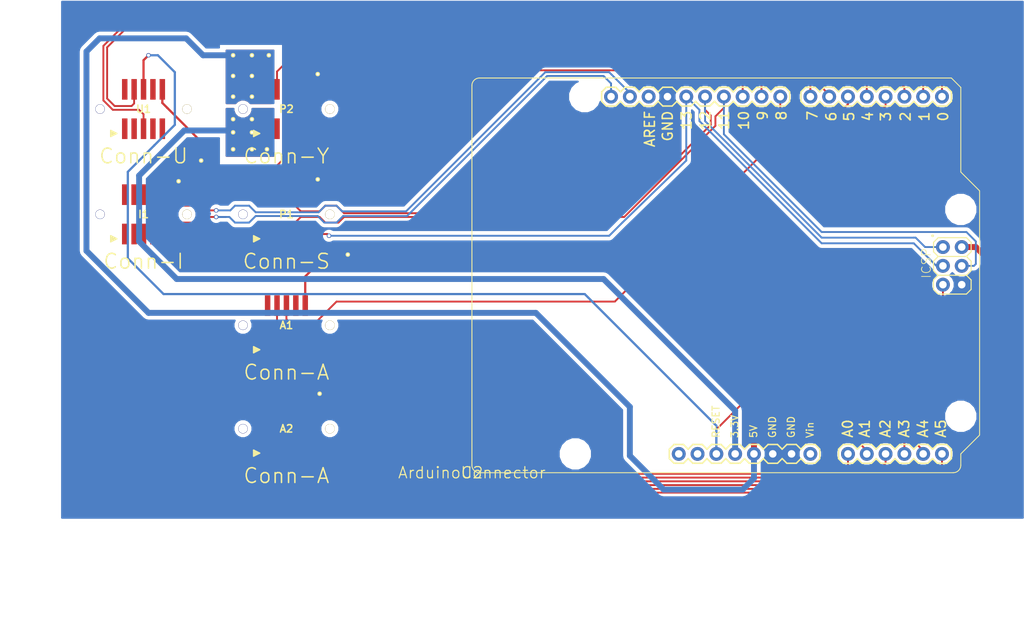
<source format=kicad_pcb>
(kicad_pcb (version 4) (host pcbnew 4.0.2+dfsg1-stable)

  (general
    (links 59)
    (no_connects 0)
    (area 93.283099 41.149599 222.261101 112.215601)
    (thickness 1.6)
    (drawings 8)
    (tracks 339)
    (zones 0)
    (modules 31)
    (nets 60)
  )

  (page A4)
  (layers
    (0 F.Cu signal)
    (31 B.Cu signal)
    (32 B.Adhes user)
    (33 F.Adhes user)
    (34 B.Paste user)
    (35 F.Paste user)
    (36 B.SilkS user)
    (37 F.SilkS user)
    (38 B.Mask user)
    (39 F.Mask user)
    (40 Dwgs.User user)
    (41 Cmts.User user)
    (42 Eco1.User user)
    (43 Eco2.User user)
    (44 Edge.Cuts user)
    (45 Margin user)
    (46 B.CrtYd user)
    (47 F.CrtYd user)
    (48 B.Fab user)
    (49 F.Fab user)
  )

  (setup
    (last_trace_width 0.254)
    (trace_clearance 0.2)
    (zone_clearance 0.508)
    (zone_45_only yes)
    (trace_min 0.2)
    (segment_width 0.2)
    (edge_width 0.15)
    (via_size 0.6)
    (via_drill 0.4)
    (via_min_size 0.4)
    (via_min_drill 0.3)
    (uvia_size 0.3)
    (uvia_drill 0.1)
    (uvias_allowed no)
    (uvia_min_size 0.2)
    (uvia_min_drill 0.1)
    (pcb_text_width 0.3)
    (pcb_text_size 1.5 1.5)
    (mod_edge_width 0.15)
    (mod_text_size 1 1)
    (mod_text_width 0.15)
    (pad_size 0.6 0.6)
    (pad_drill 0.3)
    (pad_to_mask_clearance 0.2)
    (aux_axis_origin 0 0)
    (grid_origin 163.7411 54.2036)
    (visible_elements FFFFFF7F)
    (pcbplotparams
      (layerselection 0x00030_80000001)
      (usegerberextensions false)
      (excludeedgelayer true)
      (linewidth 0.100000)
      (plotframeref false)
      (viasonmask false)
      (mode 1)
      (useauxorigin false)
      (hpglpennumber 1)
      (hpglpenspeed 20)
      (hpglpendiameter 15)
      (hpglpenoverlay 2)
      (psnegative false)
      (psa4output false)
      (plotreference true)
      (plotvalue true)
      (plotinvisibletext false)
      (padsonsilk false)
      (subtractmaskfromsilk false)
      (outputformat 1)
      (mirror false)
      (drillshape 1)
      (scaleselection 1)
      (outputdirectory ""))
  )

  (net 0 "")
  (net 1 "Net-(A1-Pad8)")
  (net 2 "Net-(A1-Pad7)")
  (net 3 /G8)
  (net 4 /A3)
  (net 5 "Net-(A1-Pad1)")
  (net 6 "Net-(A1-Pad2)")
  (net 7 /A5)
  (net 8 /A4)
  (net 9 GND)
  (net 10 "Net-(A1-Pad9)")
  (net 11 "Net-(A2-Pad8)")
  (net 12 "Net-(A2-Pad7)")
  (net 13 "Net-(A2-Pad6)")
  (net 14 /A0)
  (net 15 "Net-(A2-Pad1)")
  (net 16 "Net-(A2-Pad2)")
  (net 17 /A2)
  (net 18 /A1)
  (net 19 "Net-(A2-Pad9)")
  (net 20 /SDA)
  (net 21 "Net-(I1-Pad7)")
  (net 22 "Net-(I1-Pad6)")
  (net 23 "Net-(I1-Pad5)")
  (net 24 "Net-(I1-Pad1)")
  (net 25 "Net-(I1-Pad2)")
  (net 26 "Net-(I1-Pad3)")
  (net 27 "Net-(I1-Pad4)")
  (net 28 /SCL)
  (net 29 /MISO)
  (net 30 /MOSI)
  (net 31 /SS)
  (net 32 "Net-(P1-Pad5)")
  (net 33 "Net-(P1-Pad1)")
  (net 34 "Net-(P1-Pad2)")
  (net 35 "Net-(P1-Pad3)")
  (net 36 /G9)
  (net 37 /SCK)
  (net 38 /G6)
  (net 39 /G5)
  (net 40 /G4)
  (net 41 /G3)
  (net 42 /3.3V)
  (net 43 /5V)
  (net 44 "Net-(P2-Pad3)")
  (net 45 /G2)
  (net 46 /G7)
  (net 47 "Net-(U1-Pad8)")
  (net 48 "Net-(U1-Pad7)")
  (net 49 /RESET)
  (net 50 /RX)
  (net 51 "Net-(U1-Pad1)")
  (net 52 "Net-(U1-Pad2)")
  (net 53 "Net-(U1-Pad3)")
  (net 54 /TX)
  (net 55 "Net-(U1-Pad9)")
  (net 56 "Net-(U2-PadAREF)")
  (net 57 "Net-(U2-PadVIN)")
  (net 58 "Net-(U2-PadI/OR)")
  (net 59 "Net-(U2-PadN/C)")

  (net_class Default "This is the default net class."
    (clearance 0.2)
    (trace_width 0.254)
    (via_dia 0.6)
    (via_drill 0.4)
    (uvia_dia 0.3)
    (uvia_drill 0.1)
    (add_net /A0)
    (add_net /A1)
    (add_net /A2)
    (add_net /A3)
    (add_net /A4)
    (add_net /A5)
    (add_net /G2)
    (add_net /G3)
    (add_net /G4)
    (add_net /G5)
    (add_net /G6)
    (add_net /G7)
    (add_net /G8)
    (add_net /G9)
    (add_net /MISO)
    (add_net /MOSI)
    (add_net /RESET)
    (add_net /RX)
    (add_net /SCK)
    (add_net /SCL)
    (add_net /SDA)
    (add_net /SS)
    (add_net /TX)
    (add_net GND)
    (add_net "Net-(A1-Pad1)")
    (add_net "Net-(A1-Pad2)")
    (add_net "Net-(A1-Pad7)")
    (add_net "Net-(A1-Pad8)")
    (add_net "Net-(A1-Pad9)")
    (add_net "Net-(A2-Pad1)")
    (add_net "Net-(A2-Pad2)")
    (add_net "Net-(A2-Pad6)")
    (add_net "Net-(A2-Pad7)")
    (add_net "Net-(A2-Pad8)")
    (add_net "Net-(A2-Pad9)")
    (add_net "Net-(I1-Pad1)")
    (add_net "Net-(I1-Pad2)")
    (add_net "Net-(I1-Pad3)")
    (add_net "Net-(I1-Pad4)")
    (add_net "Net-(I1-Pad5)")
    (add_net "Net-(I1-Pad6)")
    (add_net "Net-(I1-Pad7)")
    (add_net "Net-(P1-Pad1)")
    (add_net "Net-(P1-Pad2)")
    (add_net "Net-(P1-Pad3)")
    (add_net "Net-(P1-Pad5)")
    (add_net "Net-(P2-Pad3)")
    (add_net "Net-(U1-Pad1)")
    (add_net "Net-(U1-Pad2)")
    (add_net "Net-(U1-Pad3)")
    (add_net "Net-(U1-Pad7)")
    (add_net "Net-(U1-Pad8)")
    (add_net "Net-(U1-Pad9)")
    (add_net "Net-(U2-PadAREF)")
    (add_net "Net-(U2-PadI/OR)")
    (add_net "Net-(U2-PadN/C)")
    (add_net "Net-(U2-PadVIN)")
  )

  (net_class 5V ""
    (clearance 0.3)
    (trace_width 0.8)
    (via_dia 1)
    (via_drill 0.6)
    (uvia_dia 0.5)
    (uvia_drill 0.1)
    (add_net /3.3V)
    (add_net /5V)
  )

  (module Lib:VIA-0.6 (layer F.Cu) (tedit 5901E15D) (tstamp 5901E48D)
    (at 111.9251 60.2996)
    (fp_text reference "" (at 0 0.5) (layer F.SilkS)
      (effects (font (size 1 1) (thickness 0.15)))
    )
    (fp_text value "" (at 0 -0.5) (layer F.Fab)
      (effects (font (size 1 1) (thickness 0.15)))
    )
    (pad 1 thru_hole circle (at 0 2.54) (size 0.6 0.6) (drill 0.3) (layers *.Cu *.Mask F.SilkS)
      (net 9 GND))
  )

  (module Lib:VIA-0.6 (layer F.Cu) (tedit 5901E15D) (tstamp 5901E480)
    (at 108.8771 63.0936)
    (fp_text reference "" (at 0 0.5) (layer F.SilkS)
      (effects (font (size 1 1) (thickness 0.15)))
    )
    (fp_text value "" (at 0 -0.5) (layer F.Fab)
      (effects (font (size 1 1) (thickness 0.15)))
    )
    (pad 1 thru_hole circle (at 0 2.54) (size 0.6 0.6) (drill 0.3) (layers *.Cu *.Mask F.SilkS)
      (net 9 GND))
  )

  (module Lib:VIA-0.6 (layer F.Cu) (tedit 5901E15D) (tstamp 5901E47C)
    (at 127.9271 91.7956)
    (fp_text reference "" (at 0 0.5) (layer F.SilkS)
      (effects (font (size 1 1) (thickness 0.15)))
    )
    (fp_text value "" (at 0 -0.5) (layer F.Fab)
      (effects (font (size 1 1) (thickness 0.15)))
    )
    (pad 1 thru_hole circle (at 0 2.54) (size 0.6 0.6) (drill 0.3) (layers *.Cu *.Mask F.SilkS)
      (net 9 GND))
  )

  (module Lib:VIA-0.6 (layer F.Cu) (tedit 5901E15D) (tstamp 5901E471)
    (at 131.7371 72.9996)
    (fp_text reference "" (at 0 0.5) (layer F.SilkS)
      (effects (font (size 1 1) (thickness 0.15)))
    )
    (fp_text value "" (at 0 -0.5) (layer F.Fab)
      (effects (font (size 1 1) (thickness 0.15)))
    )
    (pad 1 thru_hole circle (at 0 2.54) (size 0.6 0.6) (drill 0.3) (layers *.Cu *.Mask F.SilkS)
      (net 9 GND))
  )

  (module Lib:VIA-0.6 (layer F.Cu) (tedit 5901E15D) (tstamp 5901E46D)
    (at 127.6731 62.8396)
    (fp_text reference "" (at 0 0.5) (layer F.SilkS)
      (effects (font (size 1 1) (thickness 0.15)))
    )
    (fp_text value "" (at 0 -0.5) (layer F.Fab)
      (effects (font (size 1 1) (thickness 0.15)))
    )
    (pad 1 thru_hole circle (at 0 2.54) (size 0.6 0.6) (drill 0.3) (layers *.Cu *.Mask F.SilkS)
      (net 9 GND))
  )

  (module Lib:VIA-0.6 (layer F.Cu) (tedit 5901E15D) (tstamp 5901E469)
    (at 127.6731 48.6156)
    (fp_text reference "" (at 0 0.5) (layer F.SilkS)
      (effects (font (size 1 1) (thickness 0.15)))
    )
    (fp_text value "" (at 0 -0.5) (layer F.Fab)
      (effects (font (size 1 1) (thickness 0.15)))
    )
    (pad 1 thru_hole circle (at 0 2.54) (size 0.6 0.6) (drill 0.3) (layers *.Cu *.Mask F.SilkS)
      (net 9 GND))
  )

  (module Lib:VIA-0.6 (layer F.Cu) (tedit 590240F6) (tstamp 5901E1D7)
    (at 120.8151 58.7756)
    (fp_text reference "" (at 0 0.5) (layer F.SilkS)
      (effects (font (size 1 1) (thickness 0.15)))
    )
    (fp_text value "" (at 0 -0.5) (layer F.Fab)
      (effects (font (size 1 1) (thickness 0.15)))
    )
    (pad 1 thru_hole circle (at 0 2.54) (size 0.6 0.6) (drill 0.3) (layers *.Cu *.Mask F.SilkS)
      (net 42 /3.3V))
  )

  (module Lib:VIA-0.6 (layer F.Cu) (tedit 590240F2) (tstamp 5901E1D5)
    (at 118.7831 58.7756)
    (fp_text reference "" (at 0 0.5) (layer F.SilkS)
      (effects (font (size 1 1) (thickness 0.15)))
    )
    (fp_text value "" (at 0 -0.5) (layer F.Fab)
      (effects (font (size 1 1) (thickness 0.15)))
    )
    (pad 1 thru_hole circle (at 0 2.54) (size 0.6 0.6) (drill 0.3) (layers *.Cu *.Mask F.SilkS)
      (net 42 /3.3V))
  )

  (module Lib:VIA-0.6 (layer F.Cu) (tedit 590240EE) (tstamp 5901E1D3)
    (at 116.2431 58.7756)
    (fp_text reference "" (at 0 0.5) (layer F.SilkS)
      (effects (font (size 1 1) (thickness 0.15)))
    )
    (fp_text value "" (at 0 -0.5) (layer F.Fab)
      (effects (font (size 1 1) (thickness 0.15)))
    )
    (pad 1 thru_hole circle (at 0 2.54) (size 0.6 0.6) (drill 0.3) (layers *.Cu *.Mask F.SilkS)
      (net 42 /3.3V))
  )

  (module Lib:VIA-0.6 (layer F.Cu) (tedit 590240E8) (tstamp 5901E1D1)
    (at 116.2431 56.4896)
    (fp_text reference "" (at 0 0.5) (layer F.SilkS)
      (effects (font (size 1 1) (thickness 0.15)))
    )
    (fp_text value "" (at 0 -0.5) (layer F.Fab)
      (effects (font (size 1 1) (thickness 0.15)))
    )
    (pad 1 thru_hole circle (at 0 2.54) (size 0.6 0.6) (drill 0.3) (layers *.Cu *.Mask F.SilkS)
      (net 42 /3.3V))
  )

  (module Lib:VIA-0.6 (layer F.Cu) (tedit 590240EB) (tstamp 5901E1CE)
    (at 118.7831 56.4896)
    (fp_text reference "" (at 0 0.5) (layer F.SilkS)
      (effects (font (size 1 1) (thickness 0.15)))
    )
    (fp_text value "" (at 0 -0.5) (layer F.Fab)
      (effects (font (size 1 1) (thickness 0.15)))
    )
    (pad 1 thru_hole circle (at 0 2.54) (size 0.6 0.6) (drill 0.3) (layers *.Cu *.Mask F.SilkS)
      (net 42 /3.3V))
  )

  (module Lib:VIA-0.6 (layer F.Cu) (tedit 590240AB) (tstamp 5901E1CB)
    (at 120.8151 56.4896)
    (fp_text reference "" (at 0 0.5) (layer F.SilkS)
      (effects (font (size 1 1) (thickness 0.15)))
    )
    (fp_text value "" (at 0 -0.5) (layer F.Fab)
      (effects (font (size 1 1) (thickness 0.15)))
    )
  )

  (module Lib:VIA-0.6 (layer F.Cu) (tedit 590240B0) (tstamp 5901E1C8)
    (at 120.8151 54.2036)
    (fp_text reference "" (at 0 0.5) (layer F.SilkS)
      (effects (font (size 1 1) (thickness 0.15)))
    )
    (fp_text value "" (at 0 -0.5) (layer F.Fab)
      (effects (font (size 1 1) (thickness 0.15)))
    )
  )

  (module Lib:VIA-0.6 (layer F.Cu) (tedit 590240E1) (tstamp 5901E1C5)
    (at 118.7831 54.7116)
    (fp_text reference "" (at 0 0.5) (layer F.SilkS)
      (effects (font (size 1 1) (thickness 0.15)))
    )
    (fp_text value "" (at 0 -0.5) (layer F.Fab)
      (effects (font (size 1 1) (thickness 0.15)))
    )
    (pad 1 thru_hole circle (at 0 2.54) (size 0.6 0.6) (drill 0.3) (layers *.Cu *.Mask F.SilkS)
      (net 42 /3.3V))
  )

  (module Lib:VIA-0.6 (layer F.Cu) (tedit 590240DA) (tstamp 5901E1C1)
    (at 116.2431 54.7116)
    (fp_text reference "" (at 0 0.5) (layer F.SilkS)
      (effects (font (size 1 1) (thickness 0.15)))
    )
    (fp_text value "" (at 0 -0.5) (layer F.Fab)
      (effects (font (size 1 1) (thickness 0.15)))
    )
    (pad 1 thru_hole circle (at 0 2.54) (size 0.6 0.6) (drill 0.3) (layers *.Cu *.Mask F.SilkS)
      (net 42 /3.3V))
  )

  (module Lib:VIA-0.6 (layer F.Cu) (tedit 590240BA) (tstamp 5901E196)
    (at 121.0691 48.8696)
    (fp_text reference "" (at 0 0.5) (layer F.SilkS)
      (effects (font (size 1 1) (thickness 0.15)))
    )
    (fp_text value "" (at 0 -0.5) (layer F.Fab)
      (effects (font (size 1 1) (thickness 0.15)))
    )
  )

  (module Lib:VIA-0.6 (layer F.Cu) (tedit 5901E15D) (tstamp 5901E193)
    (at 116.2431 51.6636)
    (fp_text reference "" (at 0 0.5) (layer F.SilkS)
      (effects (font (size 1 1) (thickness 0.15)))
    )
    (fp_text value "" (at 0 -0.5) (layer F.Fab)
      (effects (font (size 1 1) (thickness 0.15)))
    )
    (pad 1 thru_hole circle (at 0 2.54) (size 0.6 0.6) (drill 0.3) (layers *.Cu *.Mask F.SilkS)
      (net 43 /5V))
  )

  (module Lib:VIA-0.6 (layer F.Cu) (tedit 5901E15D) (tstamp 5901E191)
    (at 118.7831 51.6636)
    (fp_text reference "" (at 0 0.5) (layer F.SilkS)
      (effects (font (size 1 1) (thickness 0.15)))
    )
    (fp_text value "" (at 0 -0.5) (layer F.Fab)
      (effects (font (size 1 1) (thickness 0.15)))
    )
    (pad 1 thru_hole circle (at 0 2.54) (size 0.6 0.6) (drill 0.3) (layers *.Cu *.Mask F.SilkS)
      (net 43 /5V))
  )

  (module Lib:VIA-0.6 (layer F.Cu) (tedit 590240B6) (tstamp 5901E18F)
    (at 120.8151 51.9176)
    (fp_text reference "" (at 0 0.5) (layer F.SilkS)
      (effects (font (size 1 1) (thickness 0.15)))
    )
    (fp_text value "" (at 0 -0.5) (layer F.Fab)
      (effects (font (size 1 1) (thickness 0.15)))
    )
  )

  (module Lib:VIA-0.6 (layer F.Cu) (tedit 5901E15D) (tstamp 5901E18A)
    (at 121.0691 46.0756)
    (fp_text reference "" (at 0 0.5) (layer F.SilkS)
      (effects (font (size 1 1) (thickness 0.15)))
    )
    (fp_text value "" (at 0 -0.5) (layer F.Fab)
      (effects (font (size 1 1) (thickness 0.15)))
    )
    (pad 1 thru_hole circle (at 0 2.54) (size 0.6 0.6) (drill 0.3) (layers *.Cu *.Mask F.SilkS)
      (net 43 /5V))
  )

  (module Lib:VIA-0.6 (layer F.Cu) (tedit 5901E15D) (tstamp 5901E187)
    (at 118.7831 46.0756)
    (fp_text reference "" (at 0 0.5) (layer F.SilkS)
      (effects (font (size 1 1) (thickness 0.15)))
    )
    (fp_text value "" (at 0 -0.5) (layer F.Fab)
      (effects (font (size 1 1) (thickness 0.15)))
    )
    (pad 1 thru_hole circle (at 0 2.54) (size 0.6 0.6) (drill 0.3) (layers *.Cu *.Mask F.SilkS)
      (net 43 /5V))
  )

  (module Lib:VIA-0.6 (layer F.Cu) (tedit 5901E15D) (tstamp 5901E183)
    (at 116.2431 46.0756)
    (fp_text reference "" (at 0 0.5) (layer F.SilkS)
      (effects (font (size 1 1) (thickness 0.15)))
    )
    (fp_text value "" (at 0 -0.5) (layer F.Fab)
      (effects (font (size 1 1) (thickness 0.15)))
    )
    (pad 1 thru_hole circle (at 0 2.54) (size 0.6 0.6) (drill 0.3) (layers *.Cu *.Mask F.SilkS)
      (net 43 /5V))
  )

  (module Lib:VIA-0.6 (layer F.Cu) (tedit 5901E15D) (tstamp 5901E17E)
    (at 118.7831 48.8696)
    (fp_text reference "" (at 0 0.5) (layer F.SilkS)
      (effects (font (size 1 1) (thickness 0.15)))
    )
    (fp_text value "" (at 0 -0.5) (layer F.Fab)
      (effects (font (size 1 1) (thickness 0.15)))
    )
    (pad 1 thru_hole circle (at 0 2.54) (size 0.6 0.6) (drill 0.3) (layers *.Cu *.Mask F.SilkS)
      (net 43 /5V))
  )

  (module Lib:VIA-0.6 (layer F.Cu) (tedit 5901E15D) (tstamp 5901E17A)
    (at 116.2431 48.8696)
    (fp_text reference "" (at 0 0.5) (layer F.SilkS)
      (effects (font (size 1 1) (thickness 0.15)))
    )
    (fp_text value "" (at 0 -0.5) (layer F.Fab)
      (effects (font (size 1 1) (thickness 0.15)))
    )
    (pad 1 thru_hole circle (at 0 2.54) (size 0.6 0.6) (drill 0.3) (layers *.Cu *.Mask F.SilkS)
      (net 43 /5V))
  )

  (module Lib:ARDUINO_UNO (layer F.Cu) (tedit 59024082) (tstamp 5901CBAE)
    (at 148.5011 105.0036)
    (descr "Footprint for representing an Arduino Uno board in an EAGLE schematic. Created by Dave Young for Element14. More EAGLE documentation at: http://www.element14.com/community/community/knode/cadsoft_eagle")
    (path /5901C4BC)
    (fp_text reference U2 (at 0 0) (layer F.SilkS)
      (effects (font (thickness 0.15)))
    )
    (fp_text value ArduinoConnector (at 0 0) (layer F.SilkS)
      (effects (font (thickness 0.15)))
    )
    (fp_line (start 66.04 -2.54) (end 66.04 -1.016) (layer F.SilkS) (width 0.127))
    (fp_arc (start 65.024 -1.016) (end 66.04 -1.016) (angle 90) (layer F.SilkS) (width 0.127))
    (fp_line (start 65.024 0) (end 1.016 0) (layer F.SilkS) (width 0.127))
    (fp_arc (start 1.016 -1.016) (end 1.016 0) (angle 90) (layer F.SilkS) (width 0.127))
    (fp_line (start 0 -1.016) (end 0 -52.2986) (layer F.SilkS) (width 0.127))
    (fp_arc (start 1.016 -52.2986) (end 0 -52.2986) (angle 90) (layer F.SilkS) (width 0.127))
    (fp_line (start 1.016 -53.3146) (end 64.77 -53.3146) (layer F.SilkS) (width 0.127))
    (fp_line (start 64.77 -53.3146) (end 66.04 -52.0446) (layer F.SilkS) (width 0.127))
    (fp_line (start 66.04 -52.0446) (end 66.04 -40.6146) (layer F.SilkS) (width 0.127))
    (fp_line (start 66.04 -40.6146) (end 68.58 -38.0746) (layer F.SilkS) (width 0.127))
    (fp_line (start 68.58 -38.0746) (end 68.58 -5.08) (layer F.SilkS) (width 0.127))
    (fp_line (start 68.58 -5.08) (end 66.04 -2.54) (layer F.SilkS) (width 0.127))
    (fp_line (start 60.325 -52.07) (end 61.595 -52.07) (layer F.SilkS) (width 0.2032))
    (fp_line (start 61.595 -52.07) (end 62.23 -51.435) (layer F.SilkS) (width 0.2032))
    (fp_line (start 62.23 -50.165) (end 61.595 -49.53) (layer F.SilkS) (width 0.2032))
    (fp_line (start 57.15 -51.435) (end 57.785 -52.07) (layer F.SilkS) (width 0.2032))
    (fp_line (start 57.785 -52.07) (end 59.055 -52.07) (layer F.SilkS) (width 0.2032))
    (fp_line (start 59.055 -52.07) (end 59.69 -51.435) (layer F.SilkS) (width 0.2032))
    (fp_line (start 59.69 -50.165) (end 59.055 -49.53) (layer F.SilkS) (width 0.2032))
    (fp_line (start 59.055 -49.53) (end 57.785 -49.53) (layer F.SilkS) (width 0.2032))
    (fp_line (start 57.785 -49.53) (end 57.15 -50.165) (layer F.SilkS) (width 0.2032))
    (fp_line (start 60.325 -52.07) (end 59.69 -51.435) (layer F.SilkS) (width 0.2032))
    (fp_line (start 59.69 -50.165) (end 60.325 -49.53) (layer F.SilkS) (width 0.2032))
    (fp_line (start 61.595 -49.53) (end 60.325 -49.53) (layer F.SilkS) (width 0.2032))
    (fp_line (start 52.705 -52.07) (end 53.975 -52.07) (layer F.SilkS) (width 0.2032))
    (fp_line (start 53.975 -52.07) (end 54.61 -51.435) (layer F.SilkS) (width 0.2032))
    (fp_line (start 54.61 -50.165) (end 53.975 -49.53) (layer F.SilkS) (width 0.2032))
    (fp_line (start 54.61 -51.435) (end 55.245 -52.07) (layer F.SilkS) (width 0.2032))
    (fp_line (start 55.245 -52.07) (end 56.515 -52.07) (layer F.SilkS) (width 0.2032))
    (fp_line (start 56.515 -52.07) (end 57.15 -51.435) (layer F.SilkS) (width 0.2032))
    (fp_line (start 57.15 -50.165) (end 56.515 -49.53) (layer F.SilkS) (width 0.2032))
    (fp_line (start 56.515 -49.53) (end 55.245 -49.53) (layer F.SilkS) (width 0.2032))
    (fp_line (start 55.245 -49.53) (end 54.61 -50.165) (layer F.SilkS) (width 0.2032))
    (fp_line (start 49.53 -51.435) (end 50.165 -52.07) (layer F.SilkS) (width 0.2032))
    (fp_line (start 50.165 -52.07) (end 51.435 -52.07) (layer F.SilkS) (width 0.2032))
    (fp_line (start 51.435 -52.07) (end 52.07 -51.435) (layer F.SilkS) (width 0.2032))
    (fp_line (start 52.07 -50.165) (end 51.435 -49.53) (layer F.SilkS) (width 0.2032))
    (fp_line (start 51.435 -49.53) (end 50.165 -49.53) (layer F.SilkS) (width 0.2032))
    (fp_line (start 50.165 -49.53) (end 49.53 -50.165) (layer F.SilkS) (width 0.2032))
    (fp_line (start 52.705 -52.07) (end 52.07 -51.435) (layer F.SilkS) (width 0.2032))
    (fp_line (start 52.07 -50.165) (end 52.705 -49.53) (layer F.SilkS) (width 0.2032))
    (fp_line (start 53.975 -49.53) (end 52.705 -49.53) (layer F.SilkS) (width 0.2032))
    (fp_line (start 45.085 -52.07) (end 46.355 -52.07) (layer F.SilkS) (width 0.2032))
    (fp_line (start 46.355 -52.07) (end 46.99 -51.435) (layer F.SilkS) (width 0.2032))
    (fp_line (start 46.99 -50.165) (end 46.355 -49.53) (layer F.SilkS) (width 0.2032))
    (fp_line (start 46.99 -51.435) (end 47.625 -52.07) (layer F.SilkS) (width 0.2032))
    (fp_line (start 47.625 -52.07) (end 48.895 -52.07) (layer F.SilkS) (width 0.2032))
    (fp_line (start 48.895 -52.07) (end 49.53 -51.435) (layer F.SilkS) (width 0.2032))
    (fp_line (start 49.53 -50.165) (end 48.895 -49.53) (layer F.SilkS) (width 0.2032))
    (fp_line (start 48.895 -49.53) (end 47.625 -49.53) (layer F.SilkS) (width 0.2032))
    (fp_line (start 47.625 -49.53) (end 46.99 -50.165) (layer F.SilkS) (width 0.2032))
    (fp_line (start 44.45 -51.435) (end 44.45 -50.165) (layer F.SilkS) (width 0.2032))
    (fp_line (start 45.085 -52.07) (end 44.45 -51.435) (layer F.SilkS) (width 0.2032))
    (fp_line (start 44.45 -50.165) (end 45.085 -49.53) (layer F.SilkS) (width 0.2032))
    (fp_line (start 46.355 -49.53) (end 45.085 -49.53) (layer F.SilkS) (width 0.2032))
    (fp_line (start 62.865 -52.07) (end 64.135 -52.07) (layer F.SilkS) (width 0.2032))
    (fp_line (start 64.135 -52.07) (end 64.77 -51.435) (layer F.SilkS) (width 0.2032))
    (fp_line (start 64.77 -51.435) (end 64.77 -50.165) (layer F.SilkS) (width 0.2032))
    (fp_line (start 64.77 -50.165) (end 64.135 -49.53) (layer F.SilkS) (width 0.2032))
    (fp_line (start 62.865 -52.07) (end 62.23 -51.435) (layer F.SilkS) (width 0.2032))
    (fp_line (start 62.23 -50.165) (end 62.865 -49.53) (layer F.SilkS) (width 0.2032))
    (fp_line (start 64.135 -49.53) (end 62.865 -49.53) (layer F.SilkS) (width 0.2032))
    (fp_line (start 38.481 -52.07) (end 39.751 -52.07) (layer F.SilkS) (width 0.2032))
    (fp_line (start 39.751 -52.07) (end 40.386 -51.435) (layer F.SilkS) (width 0.2032))
    (fp_line (start 40.386 -50.165) (end 39.751 -49.53) (layer F.SilkS) (width 0.2032))
    (fp_line (start 35.306 -51.435) (end 35.941 -52.07) (layer F.SilkS) (width 0.2032))
    (fp_line (start 35.941 -52.07) (end 37.211 -52.07) (layer F.SilkS) (width 0.2032))
    (fp_line (start 37.211 -52.07) (end 37.846 -51.435) (layer F.SilkS) (width 0.2032))
    (fp_line (start 37.846 -50.165) (end 37.211 -49.53) (layer F.SilkS) (width 0.2032))
    (fp_line (start 37.211 -49.53) (end 35.941 -49.53) (layer F.SilkS) (width 0.2032))
    (fp_line (start 35.941 -49.53) (end 35.306 -50.165) (layer F.SilkS) (width 0.2032))
    (fp_line (start 38.481 -52.07) (end 37.846 -51.435) (layer F.SilkS) (width 0.2032))
    (fp_line (start 37.846 -50.165) (end 38.481 -49.53) (layer F.SilkS) (width 0.2032))
    (fp_line (start 39.751 -49.53) (end 38.481 -49.53) (layer F.SilkS) (width 0.2032))
    (fp_line (start 30.861 -52.07) (end 32.131 -52.07) (layer F.SilkS) (width 0.2032))
    (fp_line (start 32.131 -52.07) (end 32.766 -51.435) (layer F.SilkS) (width 0.2032))
    (fp_line (start 32.766 -50.165) (end 32.131 -49.53) (layer F.SilkS) (width 0.2032))
    (fp_line (start 32.766 -51.435) (end 33.401 -52.07) (layer F.SilkS) (width 0.2032))
    (fp_line (start 33.401 -52.07) (end 34.671 -52.07) (layer F.SilkS) (width 0.2032))
    (fp_line (start 34.671 -52.07) (end 35.306 -51.435) (layer F.SilkS) (width 0.2032))
    (fp_line (start 35.306 -50.165) (end 34.671 -49.53) (layer F.SilkS) (width 0.2032))
    (fp_line (start 34.671 -49.53) (end 33.401 -49.53) (layer F.SilkS) (width 0.2032))
    (fp_line (start 33.401 -49.53) (end 32.766 -50.165) (layer F.SilkS) (width 0.2032))
    (fp_line (start 27.686 -51.435) (end 28.321 -52.07) (layer F.SilkS) (width 0.2032))
    (fp_line (start 28.321 -52.07) (end 29.591 -52.07) (layer F.SilkS) (width 0.2032))
    (fp_line (start 29.591 -52.07) (end 30.226 -51.435) (layer F.SilkS) (width 0.2032))
    (fp_line (start 30.226 -50.165) (end 29.591 -49.53) (layer F.SilkS) (width 0.2032))
    (fp_line (start 29.591 -49.53) (end 28.321 -49.53) (layer F.SilkS) (width 0.2032))
    (fp_line (start 28.321 -49.53) (end 27.686 -50.165) (layer F.SilkS) (width 0.2032))
    (fp_line (start 30.861 -52.07) (end 30.226 -51.435) (layer F.SilkS) (width 0.2032))
    (fp_line (start 30.226 -50.165) (end 30.861 -49.53) (layer F.SilkS) (width 0.2032))
    (fp_line (start 32.131 -49.53) (end 30.861 -49.53) (layer F.SilkS) (width 0.2032))
    (fp_line (start 23.241 -52.07) (end 24.511 -52.07) (layer F.SilkS) (width 0.2032))
    (fp_line (start 24.511 -52.07) (end 25.146 -51.435) (layer F.SilkS) (width 0.2032))
    (fp_line (start 25.146 -50.165) (end 24.511 -49.53) (layer F.SilkS) (width 0.2032))
    (fp_line (start 25.146 -51.435) (end 25.781 -52.07) (layer F.SilkS) (width 0.2032))
    (fp_line (start 25.781 -52.07) (end 27.051 -52.07) (layer F.SilkS) (width 0.2032))
    (fp_line (start 27.051 -52.07) (end 27.686 -51.435) (layer F.SilkS) (width 0.2032))
    (fp_line (start 27.686 -50.165) (end 27.051 -49.53) (layer F.SilkS) (width 0.2032))
    (fp_line (start 27.051 -49.53) (end 25.781 -49.53) (layer F.SilkS) (width 0.2032))
    (fp_line (start 25.781 -49.53) (end 25.146 -50.165) (layer F.SilkS) (width 0.2032))
    (fp_line (start 23.241 -52.07) (end 22.606 -51.435) (layer F.SilkS) (width 0.2032))
    (fp_line (start 22.606 -50.165) (end 23.241 -49.53) (layer F.SilkS) (width 0.2032))
    (fp_line (start 24.511 -49.53) (end 23.241 -49.53) (layer F.SilkS) (width 0.2032))
    (fp_line (start 41.021 -52.07) (end 42.291 -52.07) (layer F.SilkS) (width 0.2032))
    (fp_line (start 42.291 -52.07) (end 42.926 -51.435) (layer F.SilkS) (width 0.2032))
    (fp_line (start 42.926 -51.435) (end 42.926 -50.165) (layer F.SilkS) (width 0.2032))
    (fp_line (start 42.926 -50.165) (end 42.291 -49.53) (layer F.SilkS) (width 0.2032))
    (fp_line (start 41.021 -52.07) (end 40.386 -51.435) (layer F.SilkS) (width 0.2032))
    (fp_line (start 40.386 -50.165) (end 41.021 -49.53) (layer F.SilkS) (width 0.2032))
    (fp_line (start 42.291 -49.53) (end 41.021 -49.53) (layer F.SilkS) (width 0.2032))
    (fp_text user GND (at 25.654 -49.022 90) (layer F.SilkS)
      (effects (font (size 1.35128 1.35128) (thickness 0.21336)) (justify right top))
    )
    (fp_text user AREF (at 23.241 -49.022 90) (layer F.SilkS)
      (effects (font (size 1.35128 1.35128) (thickness 0.21336)) (justify right top))
    )
    (fp_poly (pts (xy 60.706 -50.546) (xy 61.214 -50.546) (xy 61.214 -51.054) (xy 60.706 -51.054)) (layer Dwgs.User) (width 0))
    (fp_poly (pts (xy 58.166 -50.546) (xy 58.674 -50.546) (xy 58.674 -51.054) (xy 58.166 -51.054)) (layer Dwgs.User) (width 0))
    (fp_poly (pts (xy 55.626 -50.546) (xy 56.134 -50.546) (xy 56.134 -51.054) (xy 55.626 -51.054)) (layer Dwgs.User) (width 0))
    (fp_poly (pts (xy 53.086 -50.546) (xy 53.594 -50.546) (xy 53.594 -51.054) (xy 53.086 -51.054)) (layer Dwgs.User) (width 0))
    (fp_poly (pts (xy 50.546 -50.546) (xy 51.054 -50.546) (xy 51.054 -51.054) (xy 50.546 -51.054)) (layer Dwgs.User) (width 0))
    (fp_poly (pts (xy 48.006 -50.546) (xy 48.514 -50.546) (xy 48.514 -51.054) (xy 48.006 -51.054)) (layer Dwgs.User) (width 0))
    (fp_poly (pts (xy 45.466 -50.546) (xy 45.974 -50.546) (xy 45.974 -51.054) (xy 45.466 -51.054)) (layer Dwgs.User) (width 0))
    (fp_poly (pts (xy 63.246 -50.546) (xy 63.754 -50.546) (xy 63.754 -51.054) (xy 63.246 -51.054)) (layer Dwgs.User) (width 0))
    (fp_poly (pts (xy 38.862 -50.546) (xy 39.37 -50.546) (xy 39.37 -51.054) (xy 38.862 -51.054)) (layer Dwgs.User) (width 0))
    (fp_poly (pts (xy 36.322 -50.546) (xy 36.83 -50.546) (xy 36.83 -51.054) (xy 36.322 -51.054)) (layer Dwgs.User) (width 0))
    (fp_poly (pts (xy 33.782 -50.546) (xy 34.29 -50.546) (xy 34.29 -51.054) (xy 33.782 -51.054)) (layer Dwgs.User) (width 0))
    (fp_poly (pts (xy 31.242 -50.546) (xy 31.75 -50.546) (xy 31.75 -51.054) (xy 31.242 -51.054)) (layer Dwgs.User) (width 0))
    (fp_poly (pts (xy 28.702 -50.546) (xy 29.21 -50.546) (xy 29.21 -51.054) (xy 28.702 -51.054)) (layer Dwgs.User) (width 0))
    (fp_poly (pts (xy 26.162 -50.546) (xy 26.67 -50.546) (xy 26.67 -51.054) (xy 26.162 -51.054)) (layer Dwgs.User) (width 0))
    (fp_poly (pts (xy 23.622 -50.546) (xy 24.13 -50.546) (xy 24.13 -51.054) (xy 23.622 -51.054)) (layer Dwgs.User) (width 0))
    (fp_poly (pts (xy 41.402 -50.546) (xy 41.91 -50.546) (xy 41.91 -51.054) (xy 41.402 -51.054)) (layer Dwgs.User) (width 0))
    (fp_line (start 20.701 -52.07) (end 21.971 -52.07) (layer F.SilkS) (width 0.2032))
    (fp_line (start 21.971 -52.07) (end 22.606 -51.435) (layer F.SilkS) (width 0.2032))
    (fp_line (start 22.606 -50.165) (end 21.971 -49.53) (layer F.SilkS) (width 0.2032))
    (fp_line (start 20.701 -52.07) (end 20.066 -51.435) (layer F.SilkS) (width 0.2032))
    (fp_line (start 20.066 -50.165) (end 20.701 -49.53) (layer F.SilkS) (width 0.2032))
    (fp_line (start 21.971 -49.53) (end 20.701 -49.53) (layer F.SilkS) (width 0.2032))
    (fp_poly (pts (xy 21.082 -50.546) (xy 21.59 -50.546) (xy 21.59 -51.054) (xy 21.082 -51.054)) (layer Dwgs.User) (width 0))
    (fp_line (start 18.161 -52.07) (end 19.431 -52.07) (layer F.SilkS) (width 0.2032))
    (fp_line (start 19.431 -52.07) (end 20.066 -51.435) (layer F.SilkS) (width 0.2032))
    (fp_line (start 20.066 -50.165) (end 19.431 -49.53) (layer F.SilkS) (width 0.2032))
    (fp_line (start 17.526 -51.435) (end 17.526 -50.165) (layer F.SilkS) (width 0.2032))
    (fp_line (start 18.161 -52.07) (end 17.526 -51.435) (layer F.SilkS) (width 0.2032))
    (fp_line (start 17.526 -50.165) (end 18.161 -49.53) (layer F.SilkS) (width 0.2032))
    (fp_line (start 19.431 -49.53) (end 18.161 -49.53) (layer F.SilkS) (width 0.2032))
    (fp_poly (pts (xy 18.542 -50.546) (xy 19.05 -50.546) (xy 19.05 -51.054) (xy 18.542 -51.054)) (layer Dwgs.User) (width 0))
    (fp_line (start 62.23 -3.175) (end 62.865 -3.81) (layer F.SilkS) (width 0.2032))
    (fp_line (start 62.865 -3.81) (end 64.135 -3.81) (layer F.SilkS) (width 0.2032))
    (fp_line (start 64.135 -3.81) (end 64.77 -3.175) (layer F.SilkS) (width 0.2032))
    (fp_line (start 64.77 -1.905) (end 64.135 -1.27) (layer F.SilkS) (width 0.2032))
    (fp_line (start 64.135 -1.27) (end 62.865 -1.27) (layer F.SilkS) (width 0.2032))
    (fp_line (start 62.865 -1.27) (end 62.23 -1.905) (layer F.SilkS) (width 0.2032))
    (fp_line (start 57.785 -3.81) (end 59.055 -3.81) (layer F.SilkS) (width 0.2032))
    (fp_line (start 59.055 -3.81) (end 59.69 -3.175) (layer F.SilkS) (width 0.2032))
    (fp_line (start 59.69 -1.905) (end 59.055 -1.27) (layer F.SilkS) (width 0.2032))
    (fp_line (start 59.69 -3.175) (end 60.325 -3.81) (layer F.SilkS) (width 0.2032))
    (fp_line (start 60.325 -3.81) (end 61.595 -3.81) (layer F.SilkS) (width 0.2032))
    (fp_line (start 61.595 -3.81) (end 62.23 -3.175) (layer F.SilkS) (width 0.2032))
    (fp_line (start 62.23 -1.905) (end 61.595 -1.27) (layer F.SilkS) (width 0.2032))
    (fp_line (start 61.595 -1.27) (end 60.325 -1.27) (layer F.SilkS) (width 0.2032))
    (fp_line (start 60.325 -1.27) (end 59.69 -1.905) (layer F.SilkS) (width 0.2032))
    (fp_line (start 54.61 -3.175) (end 55.245 -3.81) (layer F.SilkS) (width 0.2032))
    (fp_line (start 55.245 -3.81) (end 56.515 -3.81) (layer F.SilkS) (width 0.2032))
    (fp_line (start 56.515 -3.81) (end 57.15 -3.175) (layer F.SilkS) (width 0.2032))
    (fp_line (start 57.15 -1.905) (end 56.515 -1.27) (layer F.SilkS) (width 0.2032))
    (fp_line (start 56.515 -1.27) (end 55.245 -1.27) (layer F.SilkS) (width 0.2032))
    (fp_line (start 55.245 -1.27) (end 54.61 -1.905) (layer F.SilkS) (width 0.2032))
    (fp_line (start 57.785 -3.81) (end 57.15 -3.175) (layer F.SilkS) (width 0.2032))
    (fp_line (start 57.15 -1.905) (end 57.785 -1.27) (layer F.SilkS) (width 0.2032))
    (fp_line (start 59.055 -1.27) (end 57.785 -1.27) (layer F.SilkS) (width 0.2032))
    (fp_line (start 50.165 -3.81) (end 51.435 -3.81) (layer F.SilkS) (width 0.2032))
    (fp_line (start 51.435 -3.81) (end 52.07 -3.175) (layer F.SilkS) (width 0.2032))
    (fp_line (start 52.07 -1.905) (end 51.435 -1.27) (layer F.SilkS) (width 0.2032))
    (fp_line (start 52.07 -3.175) (end 52.705 -3.81) (layer F.SilkS) (width 0.2032))
    (fp_line (start 52.705 -3.81) (end 53.975 -3.81) (layer F.SilkS) (width 0.2032))
    (fp_line (start 53.975 -3.81) (end 54.61 -3.175) (layer F.SilkS) (width 0.2032))
    (fp_line (start 54.61 -1.905) (end 53.975 -1.27) (layer F.SilkS) (width 0.2032))
    (fp_line (start 53.975 -1.27) (end 52.705 -1.27) (layer F.SilkS) (width 0.2032))
    (fp_line (start 52.705 -1.27) (end 52.07 -1.905) (layer F.SilkS) (width 0.2032))
    (fp_line (start 49.53 -3.175) (end 49.53 -1.905) (layer F.SilkS) (width 0.2032))
    (fp_line (start 50.165 -3.81) (end 49.53 -3.175) (layer F.SilkS) (width 0.2032))
    (fp_line (start 49.53 -1.905) (end 50.165 -1.27) (layer F.SilkS) (width 0.2032))
    (fp_line (start 51.435 -1.27) (end 50.165 -1.27) (layer F.SilkS) (width 0.2032))
    (fp_line (start 44.45 -3.175) (end 45.085 -3.81) (layer F.SilkS) (width 0.2032))
    (fp_line (start 45.085 -3.81) (end 46.355 -3.81) (layer F.SilkS) (width 0.2032))
    (fp_line (start 46.355 -3.81) (end 46.99 -3.175) (layer F.SilkS) (width 0.2032))
    (fp_line (start 46.99 -1.905) (end 46.355 -1.27) (layer F.SilkS) (width 0.2032))
    (fp_line (start 46.355 -1.27) (end 45.085 -1.27) (layer F.SilkS) (width 0.2032))
    (fp_line (start 45.085 -1.27) (end 44.45 -1.905) (layer F.SilkS) (width 0.2032))
    (fp_line (start 40.005 -3.81) (end 41.275 -3.81) (layer F.SilkS) (width 0.2032))
    (fp_line (start 41.275 -3.81) (end 41.91 -3.175) (layer F.SilkS) (width 0.2032))
    (fp_line (start 41.91 -1.905) (end 41.275 -1.27) (layer F.SilkS) (width 0.2032))
    (fp_line (start 41.91 -3.175) (end 42.545 -3.81) (layer F.SilkS) (width 0.2032))
    (fp_line (start 42.545 -3.81) (end 43.815 -3.81) (layer F.SilkS) (width 0.2032))
    (fp_line (start 43.815 -3.81) (end 44.45 -3.175) (layer F.SilkS) (width 0.2032))
    (fp_line (start 44.45 -1.905) (end 43.815 -1.27) (layer F.SilkS) (width 0.2032))
    (fp_line (start 43.815 -1.27) (end 42.545 -1.27) (layer F.SilkS) (width 0.2032))
    (fp_line (start 42.545 -1.27) (end 41.91 -1.905) (layer F.SilkS) (width 0.2032))
    (fp_line (start 36.83 -3.175) (end 37.465 -3.81) (layer F.SilkS) (width 0.2032))
    (fp_line (start 37.465 -3.81) (end 38.735 -3.81) (layer F.SilkS) (width 0.2032))
    (fp_line (start 38.735 -3.81) (end 39.37 -3.175) (layer F.SilkS) (width 0.2032))
    (fp_line (start 39.37 -1.905) (end 38.735 -1.27) (layer F.SilkS) (width 0.2032))
    (fp_line (start 38.735 -1.27) (end 37.465 -1.27) (layer F.SilkS) (width 0.2032))
    (fp_line (start 37.465 -1.27) (end 36.83 -1.905) (layer F.SilkS) (width 0.2032))
    (fp_line (start 40.005 -3.81) (end 39.37 -3.175) (layer F.SilkS) (width 0.2032))
    (fp_line (start 39.37 -1.905) (end 40.005 -1.27) (layer F.SilkS) (width 0.2032))
    (fp_line (start 41.275 -1.27) (end 40.005 -1.27) (layer F.SilkS) (width 0.2032))
    (fp_line (start 32.385 -3.81) (end 33.655 -3.81) (layer F.SilkS) (width 0.2032))
    (fp_line (start 33.655 -3.81) (end 34.29 -3.175) (layer F.SilkS) (width 0.2032))
    (fp_line (start 34.29 -1.905) (end 33.655 -1.27) (layer F.SilkS) (width 0.2032))
    (fp_line (start 34.29 -3.175) (end 34.925 -3.81) (layer F.SilkS) (width 0.2032))
    (fp_line (start 34.925 -3.81) (end 36.195 -3.81) (layer F.SilkS) (width 0.2032))
    (fp_line (start 36.195 -3.81) (end 36.83 -3.175) (layer F.SilkS) (width 0.2032))
    (fp_line (start 36.83 -1.905) (end 36.195 -1.27) (layer F.SilkS) (width 0.2032))
    (fp_line (start 36.195 -1.27) (end 34.925 -1.27) (layer F.SilkS) (width 0.2032))
    (fp_line (start 34.925 -1.27) (end 34.29 -1.905) (layer F.SilkS) (width 0.2032))
    (fp_line (start 32.385 -3.81) (end 31.75 -3.175) (layer F.SilkS) (width 0.2032))
    (fp_line (start 31.75 -1.905) (end 32.385 -1.27) (layer F.SilkS) (width 0.2032))
    (fp_line (start 33.655 -1.27) (end 32.385 -1.27) (layer F.SilkS) (width 0.2032))
    (fp_line (start 46.99 -3.175) (end 46.99 -1.905) (layer F.SilkS) (width 0.2032))
    (fp_text user A0 (at 51.562 -4.5974 90) (layer F.SilkS)
      (effects (font (size 1.35128 1.35128) (thickness 0.21336)) (justify left bottom))
    )
    (fp_text user A1 (at 53.848 -4.5974 90) (layer F.SilkS)
      (effects (font (size 1.35128 1.35128) (thickness 0.21336)) (justify left bottom))
    )
    (fp_text user A2 (at 56.642 -4.5974 90) (layer F.SilkS)
      (effects (font (size 1.35128 1.35128) (thickness 0.21336)) (justify left bottom))
    )
    (fp_text user A3 (at 59.182 -4.5974 90) (layer F.SilkS)
      (effects (font (size 1.35128 1.35128) (thickness 0.21336)) (justify left bottom))
    )
    (fp_text user A4 (at 61.722 -4.5974 90) (layer F.SilkS)
      (effects (font (size 1.35128 1.35128) (thickness 0.21336)) (justify left bottom))
    )
    (fp_text user A5 (at 64.135 -4.5974 90) (layer F.SilkS)
      (effects (font (size 1.35128 1.35128) (thickness 0.21336)) (justify left bottom))
    )
    (fp_text user RESET (at 33.528 -4.5974 90) (layer F.SilkS)
      (effects (font (size 0.9652 0.9652) (thickness 0.1524)) (justify left bottom))
    )
    (fp_text user 3.3V (at 36.068 -4.5974 90) (layer F.SilkS)
      (effects (font (size 0.9652 0.9652) (thickness 0.1524)) (justify left bottom))
    )
    (fp_text user 5V (at 38.608 -4.5974 90) (layer F.SilkS)
      (effects (font (size 0.9652 0.9652) (thickness 0.1524)) (justify left bottom))
    )
    (fp_text user GND (at 41.148 -4.5974 90) (layer F.SilkS)
      (effects (font (size 0.9652 0.9652) (thickness 0.1524)) (justify left bottom))
    )
    (fp_text user GND (at 43.688 -4.5974 90) (layer F.SilkS)
      (effects (font (size 0.9652 0.9652) (thickness 0.1524)) (justify left bottom))
    )
    (fp_text user Vin (at 46.228 -4.5974 90) (layer F.SilkS)
      (effects (font (size 0.9652 0.9652) (thickness 0.1524)) (justify left bottom))
    )
    (fp_poly (pts (xy 63.246 -2.286) (xy 63.754 -2.286) (xy 63.754 -2.794) (xy 63.246 -2.794)) (layer Dwgs.User) (width 0))
    (fp_poly (pts (xy 60.706 -2.286) (xy 61.214 -2.286) (xy 61.214 -2.794) (xy 60.706 -2.794)) (layer Dwgs.User) (width 0))
    (fp_poly (pts (xy 58.166 -2.286) (xy 58.674 -2.286) (xy 58.674 -2.794) (xy 58.166 -2.794)) (layer Dwgs.User) (width 0))
    (fp_poly (pts (xy 55.626 -2.286) (xy 56.134 -2.286) (xy 56.134 -2.794) (xy 55.626 -2.794)) (layer Dwgs.User) (width 0))
    (fp_poly (pts (xy 53.086 -2.286) (xy 53.594 -2.286) (xy 53.594 -2.794) (xy 53.086 -2.794)) (layer Dwgs.User) (width 0))
    (fp_poly (pts (xy 50.546 -2.286) (xy 51.054 -2.286) (xy 51.054 -2.794) (xy 50.546 -2.794)) (layer Dwgs.User) (width 0))
    (fp_poly (pts (xy 45.466 -2.286) (xy 45.974 -2.286) (xy 45.974 -2.794) (xy 45.466 -2.794)) (layer Dwgs.User) (width 0))
    (fp_poly (pts (xy 42.926 -2.286) (xy 43.434 -2.286) (xy 43.434 -2.794) (xy 42.926 -2.794)) (layer Dwgs.User) (width 0))
    (fp_poly (pts (xy 40.386 -2.286) (xy 40.894 -2.286) (xy 40.894 -2.794) (xy 40.386 -2.794)) (layer Dwgs.User) (width 0))
    (fp_poly (pts (xy 37.846 -2.286) (xy 38.354 -2.286) (xy 38.354 -2.794) (xy 37.846 -2.794)) (layer Dwgs.User) (width 0))
    (fp_poly (pts (xy 35.306 -2.286) (xy 35.814 -2.286) (xy 35.814 -2.794) (xy 35.306 -2.794)) (layer Dwgs.User) (width 0))
    (fp_poly (pts (xy 32.766 -2.286) (xy 33.274 -2.286) (xy 33.274 -2.794) (xy 32.766 -2.794)) (layer Dwgs.User) (width 0))
    (fp_line (start 29.845 -3.81) (end 31.115 -3.81) (layer F.SilkS) (width 0.2032))
    (fp_line (start 31.115 -3.81) (end 31.75 -3.175) (layer F.SilkS) (width 0.2032))
    (fp_line (start 31.75 -1.905) (end 31.115 -1.27) (layer F.SilkS) (width 0.2032))
    (fp_line (start 29.845 -3.81) (end 29.21 -3.175) (layer F.SilkS) (width 0.2032))
    (fp_line (start 29.21 -1.905) (end 29.845 -1.27) (layer F.SilkS) (width 0.2032))
    (fp_line (start 31.115 -1.27) (end 29.845 -1.27) (layer F.SilkS) (width 0.2032))
    (fp_poly (pts (xy 30.226 -2.286) (xy 30.734 -2.286) (xy 30.734 -2.794) (xy 30.226 -2.794)) (layer Dwgs.User) (width 0))
    (fp_line (start 27.305 -3.81) (end 28.575 -3.81) (layer F.SilkS) (width 0.2032))
    (fp_line (start 28.575 -3.81) (end 29.21 -3.175) (layer F.SilkS) (width 0.2032))
    (fp_line (start 29.21 -1.905) (end 28.575 -1.27) (layer F.SilkS) (width 0.2032))
    (fp_line (start 26.67 -3.175) (end 26.67 -1.905) (layer F.SilkS) (width 0.2032))
    (fp_line (start 27.305 -3.81) (end 26.67 -3.175) (layer F.SilkS) (width 0.2032))
    (fp_line (start 26.67 -1.905) (end 27.305 -1.27) (layer F.SilkS) (width 0.2032))
    (fp_line (start 28.575 -1.27) (end 27.305 -1.27) (layer F.SilkS) (width 0.2032))
    (fp_poly (pts (xy 27.686 -2.286) (xy 28.194 -2.286) (xy 28.194 -2.794) (xy 27.686 -2.794)) (layer Dwgs.User) (width 0))
    (fp_text user ICSP (at 60.6806 -30.4292 90) (layer F.SilkS)
      (effects (font (size 1.2065 1.2065) (thickness 0.1016)) (justify right top))
    )
    (fp_circle (center 62.23 -32.004) (end 62.357 -32.004) (layer F.SilkS) (width 0.127))
    (fp_line (start 66.802 -24.13) (end 67.437 -24.765) (layer F.SilkS) (width 0.1524))
    (fp_line (start 67.437 -26.035) (end 66.802 -26.67) (layer F.SilkS) (width 0.1524))
    (fp_line (start 66.802 -26.67) (end 67.437 -27.305) (layer F.SilkS) (width 0.1524))
    (fp_line (start 67.437 -28.575) (end 66.802 -29.21) (layer F.SilkS) (width 0.1524))
    (fp_line (start 66.802 -29.21) (end 67.437 -29.845) (layer F.SilkS) (width 0.1524))
    (fp_line (start 67.437 -31.115) (end 66.802 -31.75) (layer F.SilkS) (width 0.1524))
    (fp_line (start 62.992 -24.13) (end 62.357 -24.765) (layer F.SilkS) (width 0.1524))
    (fp_line (start 62.357 -24.765) (end 62.357 -26.035) (layer F.SilkS) (width 0.1524))
    (fp_line (start 62.357 -26.035) (end 62.992 -26.67) (layer F.SilkS) (width 0.1524))
    (fp_line (start 62.992 -26.67) (end 62.357 -27.305) (layer F.SilkS) (width 0.1524))
    (fp_line (start 62.357 -27.305) (end 62.357 -28.575) (layer F.SilkS) (width 0.1524))
    (fp_line (start 62.357 -28.575) (end 62.992 -29.21) (layer F.SilkS) (width 0.1524))
    (fp_line (start 62.992 -29.21) (end 62.357 -29.845) (layer F.SilkS) (width 0.1524))
    (fp_line (start 62.357 -29.845) (end 62.357 -31.115) (layer F.SilkS) (width 0.1524))
    (fp_line (start 62.357 -31.115) (end 62.992 -31.75) (layer F.SilkS) (width 0.1524))
    (fp_line (start 62.992 -26.67) (end 66.802 -26.67) (layer F.SilkS) (width 0.1524))
    (fp_line (start 62.992 -29.21) (end 66.802 -29.21) (layer F.SilkS) (width 0.1524))
    (fp_line (start 62.992 -31.75) (end 66.802 -31.75) (layer F.SilkS) (width 0.1524))
    (fp_line (start 67.437 -29.845) (end 67.437 -31.115) (layer F.SilkS) (width 0.1524))
    (fp_line (start 67.437 -27.305) (end 67.437 -28.575) (layer F.SilkS) (width 0.1524))
    (fp_line (start 67.437 -24.765) (end 67.437 -26.035) (layer F.SilkS) (width 0.1524))
    (fp_line (start 62.992 -24.13) (end 66.802 -24.13) (layer F.SilkS) (width 0.1524))
    (fp_poly (pts (xy 65.913 -25.146) (xy 66.421 -25.146) (xy 66.421 -25.654) (xy 65.913 -25.654)) (layer Dwgs.User) (width 0))
    (fp_poly (pts (xy 63.373 -25.146) (xy 63.881 -25.146) (xy 63.881 -25.654) (xy 63.373 -25.654)) (layer Dwgs.User) (width 0))
    (fp_poly (pts (xy 63.373 -27.686) (xy 63.881 -27.686) (xy 63.881 -28.194) (xy 63.373 -28.194)) (layer Dwgs.User) (width 0))
    (fp_poly (pts (xy 65.913 -27.686) (xy 66.421 -27.686) (xy 66.421 -28.194) (xy 65.913 -28.194)) (layer Dwgs.User) (width 0))
    (fp_poly (pts (xy 63.373 -30.226) (xy 63.881 -30.226) (xy 63.881 -30.734) (xy 63.373 -30.734)) (layer Dwgs.User) (width 0))
    (fp_poly (pts (xy 65.913 -30.226) (xy 66.421 -30.226) (xy 66.421 -30.734) (xy 65.913 -30.734)) (layer Dwgs.User) (width 0))
    (fp_line (start 64.77 -3.175) (end 64.77 -1.905) (layer F.SilkS) (width 0.2032))
    (fp_text user Arduino (at 24.3332 -32.4358) (layer Edge.Cuts)
      (effects (font (size 2.413 2.413) (thickness 0.2032)) (justify left bottom))
    )
    (fp_text user Uno (at 24.3332 -28.5496) (layer Edge.Cuts)
      (effects (font (size 2.413 2.413) (thickness 0.2032)) (justify left bottom))
    )
    (fp_text user 0 (at 62.865 -48.895 90) (layer F.SilkS)
      (effects (font (size 1.35128 1.35128) (thickness 0.21336)) (justify right top))
    )
    (fp_text user 1 (at 60.325 -48.895 90) (layer F.SilkS)
      (effects (font (size 1.35128 1.35128) (thickness 0.21336)) (justify right top))
    )
    (fp_text user 2 (at 57.785 -48.895 90) (layer F.SilkS)
      (effects (font (size 1.35128 1.35128) (thickness 0.21336)) (justify right top))
    )
    (fp_text user 3 (at 55.118 -48.895 90) (layer F.SilkS)
      (effects (font (size 1.35128 1.35128) (thickness 0.21336)) (justify right top))
    )
    (fp_text user 4 (at 52.705 -48.895 90) (layer F.SilkS)
      (effects (font (size 1.35128 1.35128) (thickness 0.21336)) (justify right top))
    )
    (fp_text user 5 (at 50.165 -48.895 90) (layer F.SilkS)
      (effects (font (size 1.35128 1.35128) (thickness 0.21336)) (justify right top))
    )
    (fp_text user 6 (at 47.752 -48.895 90) (layer F.SilkS)
      (effects (font (size 1.35128 1.35128) (thickness 0.21336)) (justify right top))
    )
    (fp_text user 7 (at 45.212 -49.022 90) (layer F.SilkS)
      (effects (font (size 1.35128 1.35128) (thickness 0.21336)) (justify right top))
    )
    (fp_text user 8 (at 41.021 -49.022 90) (layer F.SilkS)
      (effects (font (size 1.35128 1.35128) (thickness 0.21336)) (justify right top))
    )
    (fp_text user 9 (at 38.481 -49.022 90) (layer F.SilkS)
      (effects (font (size 1.35128 1.35128) (thickness 0.21336)) (justify right top))
    )
    (fp_text user 10 (at 35.941 -49.022 90) (layer F.SilkS)
      (effects (font (size 1.35128 1.35128) (thickness 0.21336)) (justify right top))
    )
    (fp_text user 11 (at 33.274 -49.022 90) (layer F.SilkS)
      (effects (font (size 1.35128 1.35128) (thickness 0.21336)) (justify right top))
    )
    (fp_text user 12 (at 30.734 -49.022 90) (layer F.SilkS)
      (effects (font (size 1.35128 1.35128) (thickness 0.21336)) (justify right top))
    )
    (fp_text user 13 (at 28.194 -49.022 90) (layer F.SilkS)
      (effects (font (size 1.35128 1.35128) (thickness 0.21336)) (justify right top))
    )
    (pad "" np_thru_hole circle (at 66.04 -7.62) (size 3.2 3.2) (drill 3.2) (layers *.Cu))
    (pad "" np_thru_hole circle (at 66.04 -35.56) (size 3.2 3.2) (drill 3.2) (layers *.Cu))
    (pad "" np_thru_hole circle (at 15.24 -50.8) (size 3.2 3.2) (drill 3.2) (layers *.Cu))
    (pad "" np_thru_hole circle (at 13.97 -2.54) (size 3.2 3.2) (drill 3.2) (layers *.Cu))
    (pad 6 thru_hole circle (at 48.26 -50.8 90) (size 1.8796 1.8796) (drill 1.016) (layers *.Cu *.Mask)
      (net 38 /G6))
    (pad 5 thru_hole circle (at 50.8 -50.8 90) (size 1.8796 1.8796) (drill 1.016) (layers *.Cu *.Mask)
      (net 39 /G5))
    (pad 4 thru_hole circle (at 53.34 -50.8 90) (size 1.8796 1.8796) (drill 1.016) (layers *.Cu *.Mask)
      (net 40 /G4))
    (pad 3 thru_hole circle (at 55.88 -50.8 90) (size 1.8796 1.8796) (drill 1.016) (layers *.Cu *.Mask)
      (net 41 /G3))
    (pad 2 thru_hole circle (at 58.42 -50.8 90) (size 1.8796 1.8796) (drill 1.016) (layers *.Cu *.Mask)
      (net 45 /G2))
    (pad 1 thru_hole circle (at 60.96 -50.8 90) (size 1.8796 1.8796) (drill 1.016) (layers *.Cu *.Mask)
      (net 54 /TX))
    (pad 0 thru_hole circle (at 63.5 -50.8 90) (size 1.8796 1.8796) (drill 1.016) (layers *.Cu *.Mask)
      (net 50 /RX))
    (pad 7 thru_hole circle (at 45.72 -50.8 90) (size 1.8796 1.8796) (drill 1.016) (layers *.Cu *.Mask)
      (net 46 /G7))
    (pad GND thru_hole circle (at 26.416 -50.8 90) (size 1.8796 1.8796) (drill 1.016) (layers *.Cu *.Mask)
      (net 9 GND))
    (pad 13 thru_hole circle (at 28.956 -50.8 90) (size 1.8796 1.8796) (drill 1.016) (layers *.Cu *.Mask)
      (net 37 /SCK))
    (pad 12 thru_hole circle (at 31.496 -50.8 90) (size 1.8796 1.8796) (drill 1.016) (layers *.Cu *.Mask)
      (net 29 /MISO))
    (pad 11 thru_hole circle (at 34.036 -50.8 90) (size 1.8796 1.8796) (drill 1.016) (layers *.Cu *.Mask)
      (net 30 /MOSI))
    (pad 10 thru_hole circle (at 36.576 -50.8 90) (size 1.8796 1.8796) (drill 1.016) (layers *.Cu *.Mask)
      (net 31 /SS))
    (pad 9 thru_hole circle (at 39.116 -50.8 90) (size 1.8796 1.8796) (drill 1.016) (layers *.Cu *.Mask)
      (net 36 /G9))
    (pad 8 thru_hole circle (at 41.656 -50.8 90) (size 1.8796 1.8796) (drill 1.016) (layers *.Cu *.Mask)
      (net 3 /G8))
    (pad AREF thru_hole circle (at 23.876 -50.8 90) (size 1.8796 1.8796) (drill 1.016) (layers *.Cu *.Mask)
      (net 56 "Net-(U2-PadAREF)"))
    (pad SDA thru_hole circle (at 21.336 -50.8 90) (size 1.8796 1.8796) (drill 1.016) (layers *.Cu *.Mask)
      (net 20 /SDA))
    (pad SCL thru_hole circle (at 18.796 -50.8 90) (size 1.8796 1.8796) (drill 1.016) (layers *.Cu *.Mask)
      (net 28 /SCL))
    (pad A1 thru_hole circle (at 53.34 -2.54 90) (size 1.8796 1.8796) (drill 1.016) (layers *.Cu *.Mask)
      (net 18 /A1))
    (pad A2 thru_hole circle (at 55.88 -2.54 90) (size 1.8796 1.8796) (drill 1.016) (layers *.Cu *.Mask)
      (net 17 /A2))
    (pad A3 thru_hole circle (at 58.42 -2.54 90) (size 1.8796 1.8796) (drill 1.016) (layers *.Cu *.Mask)
      (net 4 /A3))
    (pad A4 thru_hole circle (at 60.96 -2.54 90) (size 1.8796 1.8796) (drill 1.016) (layers *.Cu *.Mask)
      (net 8 /A4))
    (pad A5 thru_hole circle (at 63.5 -2.54 90) (size 1.8796 1.8796) (drill 1.016) (layers *.Cu *.Mask)
      (net 7 /A5))
    (pad A0 thru_hole circle (at 50.8 -2.54 90) (size 1.8796 1.8796) (drill 1.016) (layers *.Cu *.Mask)
      (net 14 /A0))
    (pad RESE thru_hole circle (at 33.02 -2.54 90) (size 1.8796 1.8796) (drill 1.016) (layers *.Cu *.Mask)
      (net 49 /RESET))
    (pad 3.3V thru_hole circle (at 35.56 -2.54 90) (size 1.8796 1.8796) (drill 1.016) (layers *.Cu *.Mask)
      (net 42 /3.3V))
    (pad 5V thru_hole circle (at 38.1 -2.54 90) (size 1.8796 1.8796) (drill 1.016) (layers *.Cu *.Mask)
      (net 43 /5V))
    (pad GND thru_hole circle (at 40.64 -2.54 90) (size 1.8796 1.8796) (drill 1.016) (layers *.Cu *.Mask)
      (net 9 GND))
    (pad GND thru_hole circle (at 43.18 -2.54 90) (size 1.8796 1.8796) (drill 1.016) (layers *.Cu *.Mask)
      (net 9 GND))
    (pad VIN thru_hole circle (at 45.72 -2.54 90) (size 1.8796 1.8796) (drill 1.016) (layers *.Cu *.Mask)
      (net 57 "Net-(U2-PadVIN)"))
    (pad I/OR thru_hole circle (at 30.48 -2.54 90) (size 1.8796 1.8796) (drill 1.016) (layers *.Cu *.Mask)
      (net 58 "Net-(U2-PadI/OR)"))
    (pad N/C thru_hole circle (at 27.94 -2.54 90) (size 1.8796 1.8796) (drill 1.016) (layers *.Cu *.Mask)
      (net 59 "Net-(U2-PadN/C)"))
    (pad GND thru_hole circle (at 66.167 -25.4 90) (size 1.8796 1.8796) (drill 1.016) (layers *.Cu *.Mask)
      (net 9 GND))
    (pad RESE thru_hole circle (at 63.627 -25.4 90) (size 1.8796 1.8796) (drill 1.016) (layers *.Cu *.Mask)
      (net 49 /RESET))
    (pad 11 thru_hole circle (at 66.167 -27.94 90) (size 1.8796 1.8796) (drill 1.016) (layers *.Cu *.Mask)
      (net 30 /MOSI))
    (pad 13 thru_hole circle (at 63.627 -27.94 90) (size 1.8796 1.8796) (drill 1.016) (layers *.Cu *.Mask)
      (net 37 /SCK))
    (pad 5V thru_hole circle (at 66.167 -30.48 90) (size 1.8796 1.8796) (drill 1.016) (layers *.Cu *.Mask)
      (net 43 /5V))
    (pad 12 thru_hole circle (at 63.627 -30.48 90) (size 1.8796 1.8796) (drill 1.016) (layers *.Cu *.Mask)
      (net 29 /MISO))
  )

  (module Lib:SHF-105-01-L-D-SM-LC (layer F.Cu) (tedit 574C1A93) (tstamp 5901CB3A)
    (at 123.444 85.09)
    (descr "Smd dual-row strip connector, 5x2 pin, 1.27mm pitch")
    (path /5900E0E0)
    (fp_text reference A1 (at 0 0) (layer F.SilkS)
      (effects (font (size 1 1) (thickness 0.2)))
    )
    (fp_text value Conn-A (at 0 6.35) (layer F.SilkS)
      (effects (font (size 2 2) (thickness 0.2)))
    )
    (fp_line (start 5.08 -2.54) (end 5.08 -3.048) (layer F.CrtYd) (width 0.15))
    (fp_line (start -1.27 2.6416) (end -1.27 2.54) (layer F.CrtYd) (width 0.15))
    (fp_line (start -2.54 2.54) (end -2.54 2.63906) (layer F.CrtYd) (width 0.15))
    (fp_line (start -1.27 2.54) (end 6.35 2.54) (layer F.CrtYd) (width 0.15))
    (fp_line (start -6.35 2.54) (end -2.54 2.54) (layer F.CrtYd) (width 0.15))
    (fp_line (start -6.35 -1.27) (end -6.35 -3.05) (layer F.CrtYd) (width 0.15))
    (fp_line (start -6.35 -3.05) (end -5.08 -3.05) (layer F.CrtYd) (width 0.15))
    (fp_line (start -5.08 -3.05) (end -5.08 -2.54) (layer F.CrtYd) (width 0.15))
    (fp_line (start -5.08 -2.54) (end -1.27 -2.54) (layer F.CrtYd) (width 0.15))
    (fp_line (start -1.27 -2.54) (end -1.27 -3.05) (layer F.CrtYd) (width 0.15))
    (fp_line (start -1.27 -3.05) (end 1.27 -3.05) (layer F.CrtYd) (width 0.15))
    (fp_line (start 1.27 -2.54) (end 1.27 -3.05) (layer F.CrtYd) (width 0.15))
    (fp_line (start 1.27 -2.54) (end 5.08 -2.54) (layer F.CrtYd) (width 0.15))
    (fp_line (start 5.08 -3.05) (end 6.35 -3.05) (layer F.CrtYd) (width 0.15))
    (fp_line (start 6.35 -3.05) (end 6.35 2.54) (layer F.CrtYd) (width 0.15))
    (fp_line (start -1.27 2.64) (end -2.54 2.64) (layer F.CrtYd) (width 0.15))
    (fp_line (start -6.35 2.54) (end -6.35 -1.27) (layer F.CrtYd) (width 0.15))
    (fp_line (start -3.93 3.4) (end -3.93 3.2) (layer F.SilkS) (width 0.19812))
    (fp_line (start -4.03 3.2) (end -4.03 3.4) (layer F.SilkS) (width 0.19812))
    (fp_line (start -4.13 3.5) (end -4.13 3.1) (layer F.SilkS) (width 0.19812))
    (fp_line (start -4.23 3.1) (end -4.23 3.5) (layer F.SilkS) (width 0.19812))
    (fp_line (start -4.33 3.6) (end -4.33 3) (layer F.SilkS) (width 0.19812))
    (fp_line (start -3.63 3.3) (end -4.43 3.7) (layer F.SilkS) (width 0.19812))
    (fp_line (start -4.43 3.7) (end -4.43 2.9) (layer F.SilkS) (width 0.19812))
    (fp_line (start -4.43 2.9) (end -3.63 3.3) (layer F.SilkS) (width 0.19812))
    (pad 8 smd rect (at 1.27 -2.66) (size 0.74 2.79) (layers F.Cu F.Paste F.Mask)
      (net 1 "Net-(A1-Pad8)"))
    (pad 7 smd rect (at 1.27 2.66) (size 0.74 2.79) (layers F.Cu F.Paste F.Mask)
      (net 2 "Net-(A1-Pad7)"))
    (pad 6 smd rect (at 0 -2.66) (size 0.74 2.79) (layers F.Cu F.Paste F.Mask)
      (net 3 /G8))
    (pad 5 smd rect (at 0 2.66 180) (size 0.74 2.79) (layers F.Cu F.Paste F.Mask)
      (net 4 /A3))
    (pad 1 smd rect (at -2.54 2.66) (size 0.74 2.79) (layers F.Cu F.Paste F.Mask)
      (net 5 "Net-(A1-Pad1)"))
    (pad 2 smd rect (at -2.54 -2.66) (size 0.74 2.79) (layers F.Cu F.Paste F.Mask)
      (net 6 "Net-(A1-Pad2)"))
    (pad 3 smd rect (at -1.27 2.66) (size 0.74 2.79) (layers F.Cu F.Paste F.Mask)
      (net 7 /A5))
    (pad 4 smd rect (at -1.27 -2.66) (size 0.74 2.79) (layers F.Cu F.Paste F.Mask)
      (net 8 /A4))
    (pad 10 smd rect (at 2.54 -2.66) (size 0.74 2.79) (layers F.Cu F.Paste F.Mask)
      (net 9 GND))
    (pad 9 smd rect (at 2.54 2.66) (size 0.74 2.79) (layers F.Cu F.Paste F.Mask)
      (net 10 "Net-(A1-Pad9)"))
    (pad "" np_thru_hole circle (at -5.87 0) (size 1.27 1.27) (drill 1.1938) (layers *.Cu *.Mask))
    (pad "" np_thru_hole circle (at 5.87 0) (size 1.27 1.27) (drill 1.1938) (layers *.Cu *.Mask F.SilkS))
    (model rmc_packages3d/Samtec/SHF-105-01-L-D-SM-LC-k.wrl
      (at (xyz 0 0 0))
      (scale (xyz 1 1 1))
      (rotate (xyz -90 0 0))
    )
  )

  (module Lib:SHF-105-01-L-D-SM-LC (layer F.Cu) (tedit 574C1A93) (tstamp 5901CB48)
    (at 123.444 99.06)
    (descr "Smd dual-row strip connector, 5x2 pin, 1.27mm pitch")
    (path /5901E910)
    (fp_text reference A2 (at 0 0) (layer F.SilkS)
      (effects (font (size 1 1) (thickness 0.2)))
    )
    (fp_text value Conn-A (at 0 6.35) (layer F.SilkS)
      (effects (font (size 2 2) (thickness 0.2)))
    )
    (fp_line (start 5.08 -2.54) (end 5.08 -3.048) (layer F.CrtYd) (width 0.15))
    (fp_line (start -1.27 2.6416) (end -1.27 2.54) (layer F.CrtYd) (width 0.15))
    (fp_line (start -2.54 2.54) (end -2.54 2.63906) (layer F.CrtYd) (width 0.15))
    (fp_line (start -1.27 2.54) (end 6.35 2.54) (layer F.CrtYd) (width 0.15))
    (fp_line (start -6.35 2.54) (end -2.54 2.54) (layer F.CrtYd) (width 0.15))
    (fp_line (start -6.35 -1.27) (end -6.35 -3.05) (layer F.CrtYd) (width 0.15))
    (fp_line (start -6.35 -3.05) (end -5.08 -3.05) (layer F.CrtYd) (width 0.15))
    (fp_line (start -5.08 -3.05) (end -5.08 -2.54) (layer F.CrtYd) (width 0.15))
    (fp_line (start -5.08 -2.54) (end -1.27 -2.54) (layer F.CrtYd) (width 0.15))
    (fp_line (start -1.27 -2.54) (end -1.27 -3.05) (layer F.CrtYd) (width 0.15))
    (fp_line (start -1.27 -3.05) (end 1.27 -3.05) (layer F.CrtYd) (width 0.15))
    (fp_line (start 1.27 -2.54) (end 1.27 -3.05) (layer F.CrtYd) (width 0.15))
    (fp_line (start 1.27 -2.54) (end 5.08 -2.54) (layer F.CrtYd) (width 0.15))
    (fp_line (start 5.08 -3.05) (end 6.35 -3.05) (layer F.CrtYd) (width 0.15))
    (fp_line (start 6.35 -3.05) (end 6.35 2.54) (layer F.CrtYd) (width 0.15))
    (fp_line (start -1.27 2.64) (end -2.54 2.64) (layer F.CrtYd) (width 0.15))
    (fp_line (start -6.35 2.54) (end -6.35 -1.27) (layer F.CrtYd) (width 0.15))
    (fp_line (start -3.93 3.4) (end -3.93 3.2) (layer F.SilkS) (width 0.19812))
    (fp_line (start -4.03 3.2) (end -4.03 3.4) (layer F.SilkS) (width 0.19812))
    (fp_line (start -4.13 3.5) (end -4.13 3.1) (layer F.SilkS) (width 0.19812))
    (fp_line (start -4.23 3.1) (end -4.23 3.5) (layer F.SilkS) (width 0.19812))
    (fp_line (start -4.33 3.6) (end -4.33 3) (layer F.SilkS) (width 0.19812))
    (fp_line (start -3.63 3.3) (end -4.43 3.7) (layer F.SilkS) (width 0.19812))
    (fp_line (start -4.43 3.7) (end -4.43 2.9) (layer F.SilkS) (width 0.19812))
    (fp_line (start -4.43 2.9) (end -3.63 3.3) (layer F.SilkS) (width 0.19812))
    (pad 8 smd rect (at 1.27 -2.66) (size 0.74 2.79) (layers F.Cu F.Paste F.Mask)
      (net 11 "Net-(A2-Pad8)"))
    (pad 7 smd rect (at 1.27 2.66) (size 0.74 2.79) (layers F.Cu F.Paste F.Mask)
      (net 12 "Net-(A2-Pad7)"))
    (pad 6 smd rect (at 0 -2.66) (size 0.74 2.79) (layers F.Cu F.Paste F.Mask)
      (net 13 "Net-(A2-Pad6)"))
    (pad 5 smd rect (at 0 2.66 180) (size 0.74 2.79) (layers F.Cu F.Paste F.Mask)
      (net 14 /A0))
    (pad 1 smd rect (at -2.54 2.66) (size 0.74 2.79) (layers F.Cu F.Paste F.Mask)
      (net 15 "Net-(A2-Pad1)"))
    (pad 2 smd rect (at -2.54 -2.66) (size 0.74 2.79) (layers F.Cu F.Paste F.Mask)
      (net 16 "Net-(A2-Pad2)"))
    (pad 3 smd rect (at -1.27 2.66) (size 0.74 2.79) (layers F.Cu F.Paste F.Mask)
      (net 17 /A2))
    (pad 4 smd rect (at -1.27 -2.66) (size 0.74 2.79) (layers F.Cu F.Paste F.Mask)
      (net 18 /A1))
    (pad 10 smd rect (at 2.54 -2.66) (size 0.74 2.79) (layers F.Cu F.Paste F.Mask)
      (net 9 GND))
    (pad 9 smd rect (at 2.54 2.66) (size 0.74 2.79) (layers F.Cu F.Paste F.Mask)
      (net 19 "Net-(A2-Pad9)"))
    (pad "" np_thru_hole circle (at -5.87 0) (size 1.27 1.27) (drill 1.1938) (layers *.Cu *.Mask))
    (pad "" np_thru_hole circle (at 5.87 0) (size 1.27 1.27) (drill 1.1938) (layers *.Cu *.Mask F.SilkS))
    (model rmc_packages3d/Samtec/SHF-105-01-L-D-SM-LC-k.wrl
      (at (xyz 0 0 0))
      (scale (xyz 1 1 1))
      (rotate (xyz -90 0 0))
    )
  )

  (module Lib:SHF-105-01-L-D-SM-LC (layer F.Cu) (tedit 574C1A93) (tstamp 5901CB56)
    (at 104.14 70.104)
    (descr "Smd dual-row strip connector, 5x2 pin, 1.27mm pitch")
    (path /5900E45B)
    (fp_text reference I1 (at 0 0) (layer F.SilkS)
      (effects (font (size 1 1) (thickness 0.2)))
    )
    (fp_text value Conn-I (at 0 6.35) (layer F.SilkS)
      (effects (font (size 2 2) (thickness 0.2)))
    )
    (fp_line (start 5.08 -2.54) (end 5.08 -3.048) (layer F.CrtYd) (width 0.15))
    (fp_line (start -1.27 2.6416) (end -1.27 2.54) (layer F.CrtYd) (width 0.15))
    (fp_line (start -2.54 2.54) (end -2.54 2.63906) (layer F.CrtYd) (width 0.15))
    (fp_line (start -1.27 2.54) (end 6.35 2.54) (layer F.CrtYd) (width 0.15))
    (fp_line (start -6.35 2.54) (end -2.54 2.54) (layer F.CrtYd) (width 0.15))
    (fp_line (start -6.35 -1.27) (end -6.35 -3.05) (layer F.CrtYd) (width 0.15))
    (fp_line (start -6.35 -3.05) (end -5.08 -3.05) (layer F.CrtYd) (width 0.15))
    (fp_line (start -5.08 -3.05) (end -5.08 -2.54) (layer F.CrtYd) (width 0.15))
    (fp_line (start -5.08 -2.54) (end -1.27 -2.54) (layer F.CrtYd) (width 0.15))
    (fp_line (start -1.27 -2.54) (end -1.27 -3.05) (layer F.CrtYd) (width 0.15))
    (fp_line (start -1.27 -3.05) (end 1.27 -3.05) (layer F.CrtYd) (width 0.15))
    (fp_line (start 1.27 -2.54) (end 1.27 -3.05) (layer F.CrtYd) (width 0.15))
    (fp_line (start 1.27 -2.54) (end 5.08 -2.54) (layer F.CrtYd) (width 0.15))
    (fp_line (start 5.08 -3.05) (end 6.35 -3.05) (layer F.CrtYd) (width 0.15))
    (fp_line (start 6.35 -3.05) (end 6.35 2.54) (layer F.CrtYd) (width 0.15))
    (fp_line (start -1.27 2.64) (end -2.54 2.64) (layer F.CrtYd) (width 0.15))
    (fp_line (start -6.35 2.54) (end -6.35 -1.27) (layer F.CrtYd) (width 0.15))
    (fp_line (start -3.93 3.4) (end -3.93 3.2) (layer F.SilkS) (width 0.19812))
    (fp_line (start -4.03 3.2) (end -4.03 3.4) (layer F.SilkS) (width 0.19812))
    (fp_line (start -4.13 3.5) (end -4.13 3.1) (layer F.SilkS) (width 0.19812))
    (fp_line (start -4.23 3.1) (end -4.23 3.5) (layer F.SilkS) (width 0.19812))
    (fp_line (start -4.33 3.6) (end -4.33 3) (layer F.SilkS) (width 0.19812))
    (fp_line (start -3.63 3.3) (end -4.43 3.7) (layer F.SilkS) (width 0.19812))
    (fp_line (start -4.43 3.7) (end -4.43 2.9) (layer F.SilkS) (width 0.19812))
    (fp_line (start -4.43 2.9) (end -3.63 3.3) (layer F.SilkS) (width 0.19812))
    (pad 8 smd rect (at 1.27 -2.66) (size 0.74 2.79) (layers F.Cu F.Paste F.Mask)
      (net 20 /SDA))
    (pad 7 smd rect (at 1.27 2.66) (size 0.74 2.79) (layers F.Cu F.Paste F.Mask)
      (net 21 "Net-(I1-Pad7)"))
    (pad 6 smd rect (at 0 -2.66) (size 0.74 2.79) (layers F.Cu F.Paste F.Mask)
      (net 22 "Net-(I1-Pad6)"))
    (pad 5 smd rect (at 0 2.66 180) (size 0.74 2.79) (layers F.Cu F.Paste F.Mask)
      (net 23 "Net-(I1-Pad5)"))
    (pad 1 smd rect (at -2.54 2.66) (size 0.74 2.79) (layers F.Cu F.Paste F.Mask)
      (net 24 "Net-(I1-Pad1)"))
    (pad 2 smd rect (at -2.54 -2.66) (size 0.74 2.79) (layers F.Cu F.Paste F.Mask)
      (net 25 "Net-(I1-Pad2)"))
    (pad 3 smd rect (at -1.27 2.66) (size 0.74 2.79) (layers F.Cu F.Paste F.Mask)
      (net 26 "Net-(I1-Pad3)"))
    (pad 4 smd rect (at -1.27 -2.66) (size 0.74 2.79) (layers F.Cu F.Paste F.Mask)
      (net 27 "Net-(I1-Pad4)"))
    (pad 10 smd rect (at 2.54 -2.66) (size 0.74 2.79) (layers F.Cu F.Paste F.Mask)
      (net 9 GND))
    (pad 9 smd rect (at 2.54 2.66) (size 0.74 2.79) (layers F.Cu F.Paste F.Mask)
      (net 28 /SCL))
    (pad "" np_thru_hole circle (at -5.87 0) (size 1.27 1.27) (drill 1.1938) (layers *.Cu *.Mask))
    (pad "" np_thru_hole circle (at 5.87 0) (size 1.27 1.27) (drill 1.1938) (layers *.Cu *.Mask F.SilkS))
    (model rmc_packages3d/Samtec/SHF-105-01-L-D-SM-LC-k.wrl
      (at (xyz 0 0 0))
      (scale (xyz 1 1 1))
      (rotate (xyz -90 0 0))
    )
  )

  (module Lib:SHF-105-01-L-D-SM-LC (layer F.Cu) (tedit 574C1A93) (tstamp 5901CB64)
    (at 123.444 70.104)
    (descr "Smd dual-row strip connector, 5x2 pin, 1.27mm pitch")
    (path /5900E509)
    (fp_text reference P1 (at 0 0) (layer F.SilkS)
      (effects (font (size 1 1) (thickness 0.2)))
    )
    (fp_text value Conn-S (at 0 6.35) (layer F.SilkS)
      (effects (font (size 2 2) (thickness 0.2)))
    )
    (fp_line (start 5.08 -2.54) (end 5.08 -3.048) (layer F.CrtYd) (width 0.15))
    (fp_line (start -1.27 2.6416) (end -1.27 2.54) (layer F.CrtYd) (width 0.15))
    (fp_line (start -2.54 2.54) (end -2.54 2.63906) (layer F.CrtYd) (width 0.15))
    (fp_line (start -1.27 2.54) (end 6.35 2.54) (layer F.CrtYd) (width 0.15))
    (fp_line (start -6.35 2.54) (end -2.54 2.54) (layer F.CrtYd) (width 0.15))
    (fp_line (start -6.35 -1.27) (end -6.35 -3.05) (layer F.CrtYd) (width 0.15))
    (fp_line (start -6.35 -3.05) (end -5.08 -3.05) (layer F.CrtYd) (width 0.15))
    (fp_line (start -5.08 -3.05) (end -5.08 -2.54) (layer F.CrtYd) (width 0.15))
    (fp_line (start -5.08 -2.54) (end -1.27 -2.54) (layer F.CrtYd) (width 0.15))
    (fp_line (start -1.27 -2.54) (end -1.27 -3.05) (layer F.CrtYd) (width 0.15))
    (fp_line (start -1.27 -3.05) (end 1.27 -3.05) (layer F.CrtYd) (width 0.15))
    (fp_line (start 1.27 -2.54) (end 1.27 -3.05) (layer F.CrtYd) (width 0.15))
    (fp_line (start 1.27 -2.54) (end 5.08 -2.54) (layer F.CrtYd) (width 0.15))
    (fp_line (start 5.08 -3.05) (end 6.35 -3.05) (layer F.CrtYd) (width 0.15))
    (fp_line (start 6.35 -3.05) (end 6.35 2.54) (layer F.CrtYd) (width 0.15))
    (fp_line (start -1.27 2.64) (end -2.54 2.64) (layer F.CrtYd) (width 0.15))
    (fp_line (start -6.35 2.54) (end -6.35 -1.27) (layer F.CrtYd) (width 0.15))
    (fp_line (start -3.93 3.4) (end -3.93 3.2) (layer F.SilkS) (width 0.19812))
    (fp_line (start -4.03 3.2) (end -4.03 3.4) (layer F.SilkS) (width 0.19812))
    (fp_line (start -4.13 3.5) (end -4.13 3.1) (layer F.SilkS) (width 0.19812))
    (fp_line (start -4.23 3.1) (end -4.23 3.5) (layer F.SilkS) (width 0.19812))
    (fp_line (start -4.33 3.6) (end -4.33 3) (layer F.SilkS) (width 0.19812))
    (fp_line (start -3.63 3.3) (end -4.43 3.7) (layer F.SilkS) (width 0.19812))
    (fp_line (start -4.43 3.7) (end -4.43 2.9) (layer F.SilkS) (width 0.19812))
    (fp_line (start -4.43 2.9) (end -3.63 3.3) (layer F.SilkS) (width 0.19812))
    (pad 8 smd rect (at 1.27 -2.66) (size 0.74 2.79) (layers F.Cu F.Paste F.Mask)
      (net 29 /MISO))
    (pad 7 smd rect (at 1.27 2.66) (size 0.74 2.79) (layers F.Cu F.Paste F.Mask)
      (net 30 /MOSI))
    (pad 6 smd rect (at 0 -2.66) (size 0.74 2.79) (layers F.Cu F.Paste F.Mask)
      (net 31 /SS))
    (pad 5 smd rect (at 0 2.66 180) (size 0.74 2.79) (layers F.Cu F.Paste F.Mask)
      (net 32 "Net-(P1-Pad5)"))
    (pad 1 smd rect (at -2.54 2.66) (size 0.74 2.79) (layers F.Cu F.Paste F.Mask)
      (net 33 "Net-(P1-Pad1)"))
    (pad 2 smd rect (at -2.54 -2.66) (size 0.74 2.79) (layers F.Cu F.Paste F.Mask)
      (net 34 "Net-(P1-Pad2)"))
    (pad 3 smd rect (at -1.27 2.66) (size 0.74 2.79) (layers F.Cu F.Paste F.Mask)
      (net 35 "Net-(P1-Pad3)"))
    (pad 4 smd rect (at -1.27 -2.66) (size 0.74 2.79) (layers F.Cu F.Paste F.Mask)
      (net 36 /G9))
    (pad 10 smd rect (at 2.54 -2.66) (size 0.74 2.79) (layers F.Cu F.Paste F.Mask)
      (net 9 GND))
    (pad 9 smd rect (at 2.54 2.66) (size 0.74 2.79) (layers F.Cu F.Paste F.Mask)
      (net 37 /SCK))
    (pad "" np_thru_hole circle (at -5.87 0) (size 1.27 1.27) (drill 1.1938) (layers *.Cu *.Mask))
    (pad "" np_thru_hole circle (at 5.87 0) (size 1.27 1.27) (drill 1.1938) (layers *.Cu *.Mask F.SilkS))
    (model rmc_packages3d/Samtec/SHF-105-01-L-D-SM-LC-k.wrl
      (at (xyz 0 0 0))
      (scale (xyz 1 1 1))
      (rotate (xyz -90 0 0))
    )
  )

  (module Lib:SHF-105-01-L-D-SM-LC (layer F.Cu) (tedit 574C1A93) (tstamp 5901CB72)
    (at 123.444 55.88)
    (descr "Smd dual-row strip connector, 5x2 pin, 1.27mm pitch")
    (path /58FE5860)
    (fp_text reference P2 (at 0 0) (layer F.SilkS)
      (effects (font (size 1 1) (thickness 0.2)))
    )
    (fp_text value Conn-Y (at 0 6.35) (layer F.SilkS)
      (effects (font (size 2 2) (thickness 0.2)))
    )
    (fp_line (start 5.08 -2.54) (end 5.08 -3.048) (layer F.CrtYd) (width 0.15))
    (fp_line (start -1.27 2.6416) (end -1.27 2.54) (layer F.CrtYd) (width 0.15))
    (fp_line (start -2.54 2.54) (end -2.54 2.63906) (layer F.CrtYd) (width 0.15))
    (fp_line (start -1.27 2.54) (end 6.35 2.54) (layer F.CrtYd) (width 0.15))
    (fp_line (start -6.35 2.54) (end -2.54 2.54) (layer F.CrtYd) (width 0.15))
    (fp_line (start -6.35 -1.27) (end -6.35 -3.05) (layer F.CrtYd) (width 0.15))
    (fp_line (start -6.35 -3.05) (end -5.08 -3.05) (layer F.CrtYd) (width 0.15))
    (fp_line (start -5.08 -3.05) (end -5.08 -2.54) (layer F.CrtYd) (width 0.15))
    (fp_line (start -5.08 -2.54) (end -1.27 -2.54) (layer F.CrtYd) (width 0.15))
    (fp_line (start -1.27 -2.54) (end -1.27 -3.05) (layer F.CrtYd) (width 0.15))
    (fp_line (start -1.27 -3.05) (end 1.27 -3.05) (layer F.CrtYd) (width 0.15))
    (fp_line (start 1.27 -2.54) (end 1.27 -3.05) (layer F.CrtYd) (width 0.15))
    (fp_line (start 1.27 -2.54) (end 5.08 -2.54) (layer F.CrtYd) (width 0.15))
    (fp_line (start 5.08 -3.05) (end 6.35 -3.05) (layer F.CrtYd) (width 0.15))
    (fp_line (start 6.35 -3.05) (end 6.35 2.54) (layer F.CrtYd) (width 0.15))
    (fp_line (start -1.27 2.64) (end -2.54 2.64) (layer F.CrtYd) (width 0.15))
    (fp_line (start -6.35 2.54) (end -6.35 -1.27) (layer F.CrtYd) (width 0.15))
    (fp_line (start -3.93 3.4) (end -3.93 3.2) (layer F.SilkS) (width 0.19812))
    (fp_line (start -4.03 3.2) (end -4.03 3.4) (layer F.SilkS) (width 0.19812))
    (fp_line (start -4.13 3.5) (end -4.13 3.1) (layer F.SilkS) (width 0.19812))
    (fp_line (start -4.23 3.1) (end -4.23 3.5) (layer F.SilkS) (width 0.19812))
    (fp_line (start -4.33 3.6) (end -4.33 3) (layer F.SilkS) (width 0.19812))
    (fp_line (start -3.63 3.3) (end -4.43 3.7) (layer F.SilkS) (width 0.19812))
    (fp_line (start -4.43 3.7) (end -4.43 2.9) (layer F.SilkS) (width 0.19812))
    (fp_line (start -4.43 2.9) (end -3.63 3.3) (layer F.SilkS) (width 0.19812))
    (pad 8 smd rect (at 1.27 -2.66) (size 0.74 2.79) (layers F.Cu F.Paste F.Mask)
      (net 38 /G6))
    (pad 7 smd rect (at 1.27 2.66) (size 0.74 2.79) (layers F.Cu F.Paste F.Mask)
      (net 39 /G5))
    (pad 6 smd rect (at 0 -2.66) (size 0.74 2.79) (layers F.Cu F.Paste F.Mask)
      (net 40 /G4))
    (pad 5 smd rect (at 0 2.66 180) (size 0.74 2.79) (layers F.Cu F.Paste F.Mask)
      (net 41 /G3))
    (pad 1 smd rect (at -2.54 2.66) (size 0.74 2.79) (layers F.Cu F.Paste F.Mask)
      (net 42 /3.3V))
    (pad 2 smd rect (at -2.54 -2.66) (size 0.74 2.79) (layers F.Cu F.Paste F.Mask)
      (net 43 /5V))
    (pad 3 smd rect (at -1.27 2.66) (size 0.74 2.79) (layers F.Cu F.Paste F.Mask)
      (net 44 "Net-(P2-Pad3)"))
    (pad 4 smd rect (at -1.27 -2.66) (size 0.74 2.79) (layers F.Cu F.Paste F.Mask)
      (net 45 /G2))
    (pad 10 smd rect (at 2.54 -2.66) (size 0.74 2.79) (layers F.Cu F.Paste F.Mask)
      (net 9 GND))
    (pad 9 smd rect (at 2.54 2.66) (size 0.74 2.79) (layers F.Cu F.Paste F.Mask)
      (net 46 /G7))
    (pad "" np_thru_hole circle (at -5.87 0) (size 1.27 1.27) (drill 1.1938) (layers *.Cu *.Mask))
    (pad "" np_thru_hole circle (at 5.87 0) (size 1.27 1.27) (drill 1.1938) (layers *.Cu *.Mask F.SilkS))
    (model rmc_packages3d/Samtec/SHF-105-01-L-D-SM-LC-k.wrl
      (at (xyz 0 0 0))
      (scale (xyz 1 1 1))
      (rotate (xyz -90 0 0))
    )
  )

  (module Lib:SHF-105-01-L-D-SM-LC (layer F.Cu) (tedit 574C1A93) (tstamp 5901CB80)
    (at 104.14 55.88)
    (descr "Smd dual-row strip connector, 5x2 pin, 1.27mm pitch")
    (path /5900E41A)
    (fp_text reference U1 (at 0 0) (layer F.SilkS)
      (effects (font (size 1 1) (thickness 0.2)))
    )
    (fp_text value Conn-U (at 0 6.35) (layer F.SilkS)
      (effects (font (size 2 2) (thickness 0.2)))
    )
    (fp_line (start 5.08 -2.54) (end 5.08 -3.048) (layer F.CrtYd) (width 0.15))
    (fp_line (start -1.27 2.6416) (end -1.27 2.54) (layer F.CrtYd) (width 0.15))
    (fp_line (start -2.54 2.54) (end -2.54 2.63906) (layer F.CrtYd) (width 0.15))
    (fp_line (start -1.27 2.54) (end 6.35 2.54) (layer F.CrtYd) (width 0.15))
    (fp_line (start -6.35 2.54) (end -2.54 2.54) (layer F.CrtYd) (width 0.15))
    (fp_line (start -6.35 -1.27) (end -6.35 -3.05) (layer F.CrtYd) (width 0.15))
    (fp_line (start -6.35 -3.05) (end -5.08 -3.05) (layer F.CrtYd) (width 0.15))
    (fp_line (start -5.08 -3.05) (end -5.08 -2.54) (layer F.CrtYd) (width 0.15))
    (fp_line (start -5.08 -2.54) (end -1.27 -2.54) (layer F.CrtYd) (width 0.15))
    (fp_line (start -1.27 -2.54) (end -1.27 -3.05) (layer F.CrtYd) (width 0.15))
    (fp_line (start -1.27 -3.05) (end 1.27 -3.05) (layer F.CrtYd) (width 0.15))
    (fp_line (start 1.27 -2.54) (end 1.27 -3.05) (layer F.CrtYd) (width 0.15))
    (fp_line (start 1.27 -2.54) (end 5.08 -2.54) (layer F.CrtYd) (width 0.15))
    (fp_line (start 5.08 -3.05) (end 6.35 -3.05) (layer F.CrtYd) (width 0.15))
    (fp_line (start 6.35 -3.05) (end 6.35 2.54) (layer F.CrtYd) (width 0.15))
    (fp_line (start -1.27 2.64) (end -2.54 2.64) (layer F.CrtYd) (width 0.15))
    (fp_line (start -6.35 2.54) (end -6.35 -1.27) (layer F.CrtYd) (width 0.15))
    (fp_line (start -3.93 3.4) (end -3.93 3.2) (layer F.SilkS) (width 0.19812))
    (fp_line (start -4.03 3.2) (end -4.03 3.4) (layer F.SilkS) (width 0.19812))
    (fp_line (start -4.13 3.5) (end -4.13 3.1) (layer F.SilkS) (width 0.19812))
    (fp_line (start -4.23 3.1) (end -4.23 3.5) (layer F.SilkS) (width 0.19812))
    (fp_line (start -4.33 3.6) (end -4.33 3) (layer F.SilkS) (width 0.19812))
    (fp_line (start -3.63 3.3) (end -4.43 3.7) (layer F.SilkS) (width 0.19812))
    (fp_line (start -4.43 3.7) (end -4.43 2.9) (layer F.SilkS) (width 0.19812))
    (fp_line (start -4.43 2.9) (end -3.63 3.3) (layer F.SilkS) (width 0.19812))
    (pad 8 smd rect (at 1.27 -2.66) (size 0.74 2.79) (layers F.Cu F.Paste F.Mask)
      (net 47 "Net-(U1-Pad8)"))
    (pad 7 smd rect (at 1.27 2.66) (size 0.74 2.79) (layers F.Cu F.Paste F.Mask)
      (net 48 "Net-(U1-Pad7)"))
    (pad 6 smd rect (at 0 -2.66) (size 0.74 2.79) (layers F.Cu F.Paste F.Mask)
      (net 49 /RESET))
    (pad 5 smd rect (at 0 2.66 180) (size 0.74 2.79) (layers F.Cu F.Paste F.Mask)
      (net 50 /RX))
    (pad 1 smd rect (at -2.54 2.66) (size 0.74 2.79) (layers F.Cu F.Paste F.Mask)
      (net 51 "Net-(U1-Pad1)"))
    (pad 2 smd rect (at -2.54 -2.66) (size 0.74 2.79) (layers F.Cu F.Paste F.Mask)
      (net 52 "Net-(U1-Pad2)"))
    (pad 3 smd rect (at -1.27 2.66) (size 0.74 2.79) (layers F.Cu F.Paste F.Mask)
      (net 53 "Net-(U1-Pad3)"))
    (pad 4 smd rect (at -1.27 -2.66) (size 0.74 2.79) (layers F.Cu F.Paste F.Mask)
      (net 54 /TX))
    (pad 10 smd rect (at 2.54 -2.66) (size 0.74 2.79) (layers F.Cu F.Paste F.Mask)
      (net 9 GND))
    (pad 9 smd rect (at 2.54 2.66) (size 0.74 2.79) (layers F.Cu F.Paste F.Mask)
      (net 55 "Net-(U1-Pad9)"))
    (pad "" np_thru_hole circle (at -5.87 0) (size 1.27 1.27) (drill 1.1938) (layers *.Cu *.Mask))
    (pad "" np_thru_hole circle (at 5.87 0) (size 1.27 1.27) (drill 1.1938) (layers *.Cu *.Mask F.SilkS))
    (model rmc_packages3d/Samtec/SHF-105-01-L-D-SM-LC-k.wrl
      (at (xyz 0 0 0))
      (scale (xyz 1 1 1))
      (rotate (xyz -90 0 0))
    )
  )

  (gr_line (start 223 41.2496) (end 223 111.2496) (angle 90) (layer Margin) (width 0.2))
  (gr_text "130mm\n\n" (at 181.3941 119.9896) (layer Dwgs.User)
    (effects (font (size 3 3) (thickness 0.3)))
  )
  (gr_line (start 93.3831 114.1476) (end 222.1611 114.1476) (angle 90) (layer Dwgs.User) (width 0.2))
  (gr_text 70mm (at 87.0331 70.2056 90) (layer Dwgs.User)
    (effects (font (size 3 3) (thickness 0.3)))
  )
  (gr_line (start 89.8271 112.1156) (end 89.8271 41.2496) (angle 90) (layer Dwgs.User) (width 0.2))
  (gr_line (start 93 111.2496) (end 93 41.2496) (angle 90) (layer Margin) (width 0.2))
  (gr_line (start 223 111.2496) (end 93 111.2496) (angle 90) (layer Margin) (width 0.2))
  (gr_line (start 93 41.2496) (end 223 41.2496) (angle 90) (layer Margin) (width 0.2))

  (segment (start 124.1171 84.9376) (end 127.1651 84.9376) (width 0.25) (layer F.Cu) (net 3))
  (segment (start 124.1171 84.9376) (end 123.444 84.2645) (width 0.25) (layer F.Cu) (net 3) (tstamp 5901DDAE))
  (segment (start 123.444 82.43) (end 123.444 84.2645) (width 0.25) (layer F.Cu) (net 3) (tstamp 5901DDAF))
  (segment (start 130.2131 81.8896) (end 167.8051 81.8896) (width 0.25) (layer F.Cu) (net 3) (tstamp 590223A1))
  (segment (start 127.1651 84.9376) (end 130.2131 81.8896) (width 0.25) (layer F.Cu) (net 3) (tstamp 5902239E))
  (segment (start 190.1571 59.5376) (end 167.8051 81.8896) (width 0.25) (layer F.Cu) (net 3) (tstamp 5901D358))
  (segment (start 190.1571 54.2036) (end 190.1571 59.5376) (width 0.25) (layer F.Cu) (net 3))
  (segment (start 195.834 105.664) (end 187.198 105.664) (width 0.25) (layer F.Cu) (net 4))
  (segment (start 206.9211 101.0031) (end 205.994 100.076) (width 0.25) (layer F.Cu) (net 4) (tstamp 5901CCB8))
  (segment (start 205.994 100.076) (end 198.12 100.076) (width 0.25) (layer F.Cu) (net 4) (tstamp 5901CCB9))
  (segment (start 198.12 100.076) (end 196.85 101.346) (width 0.25) (layer F.Cu) (net 4) (tstamp 5901CCBA))
  (segment (start 196.85 101.346) (end 196.85 104.648) (width 0.25) (layer F.Cu) (net 4) (tstamp 5901CCBC))
  (segment (start 196.85 104.648) (end 195.834 105.664) (width 0.25) (layer F.Cu) (net 4) (tstamp 5901CCBE))
  (segment (start 187.198 105.664) (end 134.6835 105.664) (width 0.25) (layer F.Cu) (net 4) (tstamp 5901CCBF))
  (segment (start 134.6835 105.664) (end 130.9751 101.9556) (width 0.25) (layer F.Cu) (net 4) (tstamp 5901CCC0))
  (segment (start 130.9751 101.9556) (end 130.9751 94.9071) (width 0.25) (layer F.Cu) (net 4) (tstamp 5901CCC2))
  (segment (start 130.9751 94.9071) (end 128.778 92.71) (width 0.25) (layer F.Cu) (net 4) (tstamp 5901CCC4))
  (segment (start 128.778 92.71) (end 124.206 92.71) (width 0.25) (layer F.Cu) (net 4) (tstamp 5901CCC6))
  (segment (start 124.206 92.71) (end 123.444 91.948) (width 0.25) (layer F.Cu) (net 4) (tstamp 5901CCC8))
  (segment (start 123.444 87.75) (end 123.444 91.948) (width 0.25) (layer F.Cu) (net 4) (tstamp 5901CCC9))
  (segment (start 206.9211 101.0031) (end 206.9211 102.4636) (width 0.25) (layer F.Cu) (net 4))
  (segment (start 209.804 107.696) (end 201.168 107.696) (width 0.25) (layer F.Cu) (net 7))
  (segment (start 212.0011 105.4989) (end 209.804 107.696) (width 0.25) (layer F.Cu) (net 7) (tstamp 5901CDE6))
  (segment (start 201.168 107.696) (end 123.5075 107.696) (width 0.25) (layer F.Cu) (net 7) (tstamp 5901CDEE))
  (segment (start 123.5075 107.696) (end 119.38 103.5685) (width 0.25) (layer F.Cu) (net 7) (tstamp 5901CDF0))
  (segment (start 119.38 103.5685) (end 119.38 94.996) (width 0.25) (layer F.Cu) (net 7) (tstamp 5901CDF2))
  (segment (start 119.38 94.996) (end 122.174 92.202) (width 0.25) (layer F.Cu) (net 7) (tstamp 5901CDF4))
  (segment (start 122.174 87.75) (end 122.174 92.202) (width 0.25) (layer F.Cu) (net 7) (tstamp 5901CDF6))
  (segment (start 212.0011 105.4989) (end 212.0011 102.4636) (width 0.25) (layer F.Cu) (net 7))
  (segment (start 131.57835 91.12885) (end 131.57835 91.5416) (width 0.25) (layer F.Cu) (net 8))
  (segment (start 131.57835 91.5416) (end 131.57835 101.86035) (width 0.25) (layer F.Cu) (net 8))
  (segment (start 131.57835 91.12885) (end 131.4831 91.0336) (width 0.25) (layer F.Cu) (net 8) (tstamp 59022476))
  (segment (start 131.57835 91.12885) (end 131.4831 91.0336) (width 0.25) (layer F.Cu) (net 8) (tstamp 59022440))
  (segment (start 131.4831 91.0336) (end 128.524 88.0745) (width 0.25) (layer F.Cu) (net 8) (tstamp 59022479))
  (segment (start 123.2916 85.6996) (end 122.174 84.582) (width 0.25) (layer F.Cu) (net 8) (tstamp 5901CCE4))
  (segment (start 122.174 84.582) (end 122.174 82.43) (width 0.25) (layer F.Cu) (net 8) (tstamp 5901CCE5))
  (segment (start 128.524 88.0745) (end 128.524 86.5505) (width 0.25) (layer F.Cu) (net 8) (tstamp 59022444))
  (segment (start 128.524 86.5505) (end 127.6731 85.6996) (width 0.25) (layer F.Cu) (net 8) (tstamp 5901CCE2))
  (segment (start 127.6731 85.6996) (end 123.2916 85.6996) (width 0.25) (layer F.Cu) (net 8) (tstamp 5901CCE3))
  (segment (start 147.066 105.156) (end 138.43 105.156) (width 0.25) (layer F.Cu) (net 8))
  (segment (start 138.43 105.156) (end 134.874 105.156) (width 0.25) (layer F.Cu) (net 8))
  (segment (start 207.01 99.568) (end 197.866 99.568) (width 0.25) (layer F.Cu) (net 8) (tstamp 5901CDB4))
  (segment (start 197.866 99.568) (end 196.342 101.092) (width 0.25) (layer F.Cu) (net 8) (tstamp 5901CDB7))
  (segment (start 196.342 101.092) (end 196.342 104.14) (width 0.25) (layer F.Cu) (net 8) (tstamp 5901CDB9))
  (segment (start 196.342 104.14) (end 195.326 105.156) (width 0.25) (layer F.Cu) (net 8) (tstamp 5901CDBB))
  (segment (start 195.326 105.156) (end 147.066 105.156) (width 0.25) (layer F.Cu) (net 8) (tstamp 5901CDBD))
  (segment (start 209.4611 102.0191) (end 207.01 99.568) (width 0.25) (layer F.Cu) (net 8) (tstamp 5901CDB2))
  (segment (start 134.874 105.156) (end 131.57835 101.86035) (width 0.25) (layer F.Cu) (net 8) (tstamp 5901CE17))
  (segment (start 131.57835 101.86035) (end 131.572 101.854) (width 0.25) (layer F.Cu) (net 8) (tstamp 5902240F))
  (segment (start 209.4611 102.4636) (end 209.4611 102.0191) (width 0.25) (layer F.Cu) (net 8))
  (segment (start 209.4611 102.4636) (end 209.4611 102.2731) (width 0.25) (layer F.Cu) (net 8))
  (segment (start 125.984 96.4) (end 125.984 95.0087) (width 0.254) (layer F.Cu) (net 9))
  (segment (start 125.984 95.0087) (end 126.6571 94.3356) (width 0.254) (layer F.Cu) (net 9) (tstamp 590226F7))
  (segment (start 126.6571 94.3356) (end 127.9271 94.3356) (width 0.254) (layer F.Cu) (net 9) (tstamp 590226F8))
  (segment (start 111.9251 62.8396) (end 111.9251 60.2996) (width 0.3) (layer F.Cu) (net 9))
  (segment (start 106.68 55.0545) (end 106.68 53.22) (width 0.3) (layer F.Cu) (net 9) (tstamp 5901E4E3))
  (segment (start 107.3531 55.7276) (end 106.68 55.0545) (width 0.3) (layer F.Cu) (net 9) (tstamp 5901E4E2))
  (segment (start 107.3531 55.7276) (end 107.3531 55.7276) (width 0.3) (layer F.Cu) (net 9) (tstamp 5901E4E0))
  (segment (start 111.9251 60.2996) (end 107.3531 55.7276) (width 0.3) (layer F.Cu) (net 9) (tstamp 5901E4DE))
  (segment (start 106.68 67.444) (end 108.3367 67.444) (width 0.3) (layer F.Cu) (net 9))
  (segment (start 108.8771 66.9036) (end 108.8771 65.6336) (width 0.3) (layer F.Cu) (net 9) (tstamp 5901E4DB))
  (segment (start 108.3367 67.444) (end 108.8771 66.9036) (width 0.3) (layer F.Cu) (net 9) (tstamp 5901E4DA))
  (segment (start 125.984 82.43) (end 125.984 78.4987) (width 0.3) (layer F.Cu) (net 9))
  (segment (start 128.9431 75.5396) (end 131.7371 75.5396) (width 0.3) (layer F.Cu) (net 9) (tstamp 5901E4D6))
  (segment (start 125.984 78.4987) (end 128.9431 75.5396) (width 0.3) (layer F.Cu) (net 9) (tstamp 5901E4D3))
  (segment (start 125.984 67.444) (end 126.8787 67.444) (width 0.3) (layer F.Cu) (net 9))
  (segment (start 127.6731 66.6496) (end 127.6731 65.3796) (width 0.3) (layer F.Cu) (net 9) (tstamp 5901E4D0))
  (segment (start 126.8787 67.444) (end 127.6731 66.6496) (width 0.3) (layer F.Cu) (net 9) (tstamp 5901E4CF))
  (segment (start 125.984 53.22) (end 126.6247 53.22) (width 0.3) (layer F.Cu) (net 9))
  (segment (start 127.6731 52.1716) (end 127.6731 51.1556) (width 0.3) (layer F.Cu) (net 9) (tstamp 5901E4CC))
  (segment (start 126.6247 53.22) (end 127.6731 52.1716) (width 0.3) (layer F.Cu) (net 9) (tstamp 5901E4CB))
  (segment (start 197.104 106.68) (end 188.468 106.68) (width 0.25) (layer F.Cu) (net 14))
  (segment (start 199.3011 104.4829) (end 197.104 106.68) (width 0.25) (layer F.Cu) (net 14) (tstamp 5901CC6F))
  (segment (start 188.468 106.68) (end 124.2695 106.68) (width 0.25) (layer F.Cu) (net 14) (tstamp 5901CC70))
  (segment (start 124.2695 106.68) (end 123.444 105.8545) (width 0.25) (layer F.Cu) (net 14) (tstamp 5901CC71))
  (segment (start 123.444 101.72) (end 123.444 105.8545) (width 0.25) (layer F.Cu) (net 14) (tstamp 5901CC73))
  (segment (start 199.3011 104.4829) (end 199.3011 102.4636) (width 0.25) (layer F.Cu) (net 14))
  (segment (start 200.914 107.188) (end 192.278 107.188) (width 0.25) (layer F.Cu) (net 17))
  (segment (start 200.914 107.188) (end 204.3811 103.7209) (width 0.25) (layer F.Cu) (net 17) (tstamp 5901CC7E))
  (segment (start 204.3811 102.4636) (end 204.3811 103.7209) (width 0.25) (layer F.Cu) (net 17) (tstamp 5901CC80))
  (segment (start 122.174 105.6005) (end 123.7615 107.188) (width 0.25) (layer F.Cu) (net 17) (tstamp 5901CC7A))
  (segment (start 123.7615 107.188) (end 192.278 107.188) (width 0.25) (layer F.Cu) (net 17) (tstamp 5901CC7C))
  (segment (start 122.174 105.6005) (end 122.174 101.72) (width 0.25) (layer F.Cu) (net 17))
  (segment (start 196.596 106.172) (end 187.96 106.172) (width 0.25) (layer F.Cu) (net 18))
  (segment (start 197.612 105.156) (end 196.596 106.172) (width 0.25) (layer F.Cu) (net 18) (tstamp 5901CCA5))
  (segment (start 197.612 101.854) (end 197.612 105.156) (width 0.25) (layer F.Cu) (net 18) (tstamp 5901CCA3))
  (segment (start 198.628 100.838) (end 197.612 101.854) (width 0.25) (layer F.Cu) (net 18) (tstamp 5901CCA1))
  (segment (start 200.66 100.838) (end 198.628 100.838) (width 0.25) (layer F.Cu) (net 18) (tstamp 5901CC9F))
  (segment (start 201.8411 102.0191) (end 200.66 100.838) (width 0.25) (layer F.Cu) (net 18) (tstamp 5901CC9E))
  (segment (start 122.174 98.298) (end 122.174 96.4) (width 0.25) (layer F.Cu) (net 18) (tstamp 5901CCAC))
  (segment (start 122.682 98.806) (end 122.174 98.298) (width 0.25) (layer F.Cu) (net 18) (tstamp 5901CCAB))
  (segment (start 127.0635 98.806) (end 122.682 98.806) (width 0.25) (layer F.Cu) (net 18) (tstamp 5901CCA9))
  (segment (start 134.4295 106.172) (end 127.0635 98.806) (width 0.25) (layer F.Cu) (net 18) (tstamp 5901CCA7))
  (segment (start 187.96 106.172) (end 134.4295 106.172) (width 0.25) (layer F.Cu) (net 18) (tstamp 5901CCA6))
  (segment (start 201.8411 102.4636) (end 201.8411 102.0191) (width 0.25) (layer F.Cu) (net 18))
  (segment (start 122.174 97.79) (end 122.174 96.4) (width 0.25) (layer F.Cu) (net 18) (tstamp 5901CC94))
  (segment (start 111.7981 69.5706) (end 113.9571 69.5706) (width 0.254) (layer F.Cu) (net 20))
  (segment (start 106.0831 69.6976) (end 105.41 69.0245) (width 0.254) (layer F.Cu) (net 20) (tstamp 5902265B))
  (segment (start 105.41 67.444) (end 105.41 69.0245) (width 0.254) (layer F.Cu) (net 20) (tstamp 5902265C))
  (segment (start 111.7981 69.5706) (end 111.1631 68.9356) (width 0.254) (layer F.Cu) (net 20) (tstamp 5901E8A1))
  (segment (start 111.1631 68.9356) (end 108.6231 68.9356) (width 0.254) (layer F.Cu) (net 20) (tstamp 5901E8A2))
  (segment (start 107.8611 69.6976) (end 106.0831 69.6976) (width 0.254) (layer F.Cu) (net 20))
  (segment (start 108.6231 68.9356) (end 107.8611 69.6976) (width 0.254) (layer F.Cu) (net 20) (tstamp 5901E8A4))
  (segment (start 113.9571 69.5706) (end 113.9571 69.5706) (width 0.254) (layer F.Cu) (net 20) (tstamp 59022865))
  (segment (start 115.8621 69.5706) (end 113.9571 69.5706) (width 0.254) (layer B.Cu) (net 20))
  (via (at 113.9571 69.5706) (size 0.6) (drill 0.4) (layers F.Cu B.Cu) (net 20))
  (segment (start 130.9751 69.6976) (end 130.2131 68.9356) (width 0.254) (layer B.Cu) (net 20) (tstamp 59022314))
  (segment (start 130.2131 68.9356) (end 128.6891 68.9356) (width 0.254) (layer B.Cu) (net 20) (tstamp 59022316))
  (segment (start 128.6891 68.9356) (end 127.8001 69.8246) (width 0.254) (layer B.Cu) (net 20) (tstamp 59022317))
  (segment (start 127.8001 69.8246) (end 119.2911 69.8246) (width 0.254) (layer B.Cu) (net 20) (tstamp 59022318))
  (segment (start 119.2911 69.8246) (end 118.4021 68.9356) (width 0.254) (layer B.Cu) (net 20) (tstamp 5902231B))
  (segment (start 118.4021 68.9356) (end 116.4971 68.9356) (width 0.254) (layer B.Cu) (net 20) (tstamp 5902231C))
  (segment (start 116.4971 68.9356) (end 115.8621 69.5706) (width 0.254) (layer B.Cu) (net 20) (tstamp 5902231E))
  (segment (start 169.8371 53.6956) (end 167.0431 50.9016) (width 0.254) (layer B.Cu) (net 20) (tstamp 5901D63C))
  (segment (start 167.0431 50.9016) (end 158.4071 50.9016) (width 0.254) (layer B.Cu) (net 20) (tstamp 5901D63E))
  (segment (start 158.4071 50.9016) (end 139.6111 69.6976) (width 0.254) (layer B.Cu) (net 20) (tstamp 5901D640))
  (segment (start 139.6111 69.6976) (end 130.9751 69.6976) (width 0.254) (layer B.Cu) (net 20))
  (segment (start 113.9571 69.5706) (end 113.9571 69.5706) (width 0.254) (layer B.Cu) (net 20) (tstamp 59022859))
  (segment (start 169.8371 54.2036) (end 169.8371 53.6956) (width 0.25) (layer B.Cu) (net 20))
  (segment (start 113.9571 69.5706) (end 113.9571 69.5706) (width 0.25) (layer F.Cu) (net 20) (tstamp 5901D645))
  (segment (start 119.2911 70.3326) (end 118.4021 71.2216) (width 0.254) (layer B.Cu) (net 28))
  (segment (start 118.4021 71.2216) (end 118.2751 71.2216) (width 0.254) (layer B.Cu) (net 28) (tstamp 59022377))
  (segment (start 116.4971 71.2216) (end 115.7351 70.4596) (width 0.254) (layer B.Cu) (net 28))
  (segment (start 131.1021 70.3326) (end 130.2131 71.2216) (width 0.254) (layer B.Cu) (net 28) (tstamp 590222E6))
  (segment (start 130.2131 71.2216) (end 128.5621 71.2216) (width 0.254) (layer B.Cu) (net 28) (tstamp 590222EA))
  (segment (start 128.5621 71.2216) (end 127.6731 70.3326) (width 0.254) (layer B.Cu) (net 28) (tstamp 590222EC))
  (segment (start 127.6731 70.3326) (end 119.2911 70.3326) (width 0.254) (layer B.Cu) (net 28) (tstamp 590222ED))
  (segment (start 118.2751 71.2216) (end 116.4971 71.2216) (width 0.254) (layer B.Cu) (net 28) (tstamp 590222F0))
  (segment (start 167.2971 52.4256) (end 167.2971 54.2036) (width 0.254) (layer B.Cu) (net 28))
  (segment (start 158.6611 51.4096) (end 139.7381 70.3326) (width 0.254) (layer B.Cu) (net 28) (tstamp 5901D62E))
  (segment (start 166.2811 51.4096) (end 158.6611 51.4096) (width 0.254) (layer B.Cu) (net 28) (tstamp 5901D62D))
  (segment (start 167.2971 52.4256) (end 166.2811 51.4096) (width 0.254) (layer B.Cu) (net 28) (tstamp 5901D62C))
  (segment (start 139.7381 70.3326) (end 131.1021 70.3326) (width 0.254) (layer B.Cu) (net 28))
  (segment (start 115.2271 70.4596) (end 115.7351 70.4596) (width 0.254) (layer B.Cu) (net 28) (tstamp 5902235A))
  (segment (start 115.2271 70.4596) (end 113.9571 70.4596) (width 0.25) (layer B.Cu) (net 28) (tstamp 590222F6))
  (segment (start 106.5911 72.8529) (end 106.5911 70.9676) (width 0.254) (layer F.Cu) (net 28))
  (segment (start 106.5911 70.9676) (end 107.0991 70.4596) (width 0.254) (layer F.Cu) (net 28) (tstamp 5901E8B9))
  (segment (start 107.0991 70.4596) (end 107.8611 70.4596) (width 0.254) (layer F.Cu) (net 28) (tstamp 5901E8BD))
  (segment (start 107.8611 70.4596) (end 108.6231 71.2216) (width 0.254) (layer F.Cu) (net 28) (tstamp 5901E8BF))
  (segment (start 108.6231 71.2216) (end 110.9091 71.2216) (width 0.254) (layer F.Cu) (net 28) (tstamp 5901E8C0))
  (segment (start 110.9091 71.2216) (end 111.6711 70.4596) (width 0.254) (layer F.Cu) (net 28) (tstamp 5901E8C1))
  (segment (start 111.6711 70.4596) (end 113.9571 70.4596) (width 0.254) (layer F.Cu) (net 28) (tstamp 5901E8C2))
  (via (at 113.9571 70.4596) (size 0.6) (drill 0.4) (layers F.Cu B.Cu) (net 28))
  (segment (start 115.2271 70.4596) (end 113.9571 70.4596) (width 0.25) (layer B.Cu) (net 28) (tstamp 5901D690))
  (segment (start 168.8211 69.9516) (end 131.2291 69.9516) (width 0.254) (layer F.Cu) (net 29))
  (segment (start 131.2291 69.9516) (end 130.2131 68.9356) (width 0.254) (layer F.Cu) (net 29) (tstamp 590225D6))
  (segment (start 130.2131 68.9356) (end 128.6891 68.9356) (width 0.254) (layer F.Cu) (net 29) (tstamp 590225DA))
  (segment (start 128.6891 68.9356) (end 127.9271 69.6976) (width 0.254) (layer F.Cu) (net 29) (tstamp 590225DC))
  (segment (start 127.9271 69.6976) (end 125.3871 69.6976) (width 0.254) (layer F.Cu) (net 29) (tstamp 590225DD))
  (segment (start 125.3871 69.6976) (end 124.714 69.0245) (width 0.254) (layer F.Cu) (net 29) (tstamp 590225DE))
  (segment (start 124.714 69.0245) (end 124.714 67.444) (width 0.254) (layer F.Cu) (net 29) (tstamp 590225DF))
  (segment (start 180.7591 58.0136) (end 168.8211 69.9516) (width 0.254) (layer F.Cu) (net 29) (tstamp 5901D187))
  (segment (start 208.1911 73.2536) (end 208.4451 73.2536) (width 0.25) (layer B.Cu) (net 29))
  (segment (start 195.7451 73.2536) (end 179.9971 57.5056) (width 0.25) (layer B.Cu) (net 29) (tstamp 5901D5AC))
  (segment (start 179.9971 54.2036) (end 179.9971 57.5056) (width 0.25) (layer B.Cu) (net 29) (tstamp 5901D5AE))
  (segment (start 208.1911 73.2536) (end 195.7451 73.2536) (width 0.25) (layer B.Cu) (net 29))
  (segment (start 209.7151 74.5236) (end 212.1281 74.5236) (width 0.25) (layer B.Cu) (net 29) (tstamp 5901D5F2))
  (segment (start 208.4451 73.2536) (end 209.7151 74.5236) (width 0.25) (layer B.Cu) (net 29) (tstamp 5901D5F1))
  (segment (start 180.7591 58.0136) (end 180.7591 56.7436) (width 0.25) (layer F.Cu) (net 29))
  (segment (start 179.9971 55.9816) (end 179.9971 54.2036) (width 0.25) (layer F.Cu) (net 29) (tstamp 5901D1C8))
  (segment (start 180.7591 56.7436) (end 179.9971 55.9816) (width 0.25) (layer F.Cu) (net 29) (tstamp 5901D1C6))
  (segment (start 180.7591 58.0136) (end 180.7591 58.0136) (width 0.25) (layer F.Cu) (net 29))
  (segment (start 169.0751 70.4596) (end 131.2291 70.4596) (width 0.254) (layer F.Cu) (net 30))
  (segment (start 169.0751 70.4596) (end 181.3941 58.1406) (width 0.25) (layer F.Cu) (net 30) (tstamp 5901D194))
  (segment (start 181.3941 58.1406) (end 181.3941 56.8706) (width 0.25) (layer F.Cu) (net 30))
  (segment (start 182.5371 54.4576) (end 182.5371 55.7276) (width 0.25) (layer F.Cu) (net 30) (tstamp 5901D1E6))
  (segment (start 181.3941 56.8706) (end 182.5371 55.7276) (width 0.25) (layer F.Cu) (net 30))
  (segment (start 124.714 71.1327) (end 124.714 72.764) (width 0.254) (layer F.Cu) (net 30) (tstamp 590225E9))
  (segment (start 125.3871 70.4596) (end 124.714 71.1327) (width 0.254) (layer F.Cu) (net 30) (tstamp 590225E8))
  (segment (start 127.9271 70.4596) (end 125.3871 70.4596) (width 0.254) (layer F.Cu) (net 30) (tstamp 590225E7))
  (segment (start 128.6891 71.2216) (end 127.9271 70.4596) (width 0.254) (layer F.Cu) (net 30) (tstamp 590225E6))
  (segment (start 130.4671 71.2216) (end 128.6891 71.2216) (width 0.254) (layer F.Cu) (net 30) (tstamp 590225E5))
  (segment (start 131.2291 70.4596) (end 130.4671 71.2216) (width 0.254) (layer F.Cu) (net 30) (tstamp 590225E2))
  (segment (start 214.6681 77.0636) (end 214.2871 77.0636) (width 0.25) (layer B.Cu) (net 30))
  (segment (start 214.2871 77.0636) (end 216.3191 77.0636) (width 0.25) (layer B.Cu) (net 30) (tstamp 5901D5CB))
  (segment (start 216.3191 77.0636) (end 216.5731 76.8096) (width 0.25) (layer B.Cu) (net 30) (tstamp 5901D5CC))
  (segment (start 216.5731 76.8096) (end 216.5731 73.7616) (width 0.25) (layer B.Cu) (net 30) (tstamp 5901D5CD))
  (segment (start 216.5731 73.7616) (end 215.3031 72.4916) (width 0.25) (layer B.Cu) (net 30) (tstamp 5901D5CE))
  (segment (start 215.3031 72.4916) (end 195.7451 72.4916) (width 0.25) (layer B.Cu) (net 30) (tstamp 5901D5D0))
  (segment (start 195.7451 72.4916) (end 182.5371 59.2836) (width 0.25) (layer B.Cu) (net 30) (tstamp 5901D5D2))
  (segment (start 182.5371 59.2836) (end 182.5371 54.2036) (width 0.25) (layer B.Cu) (net 30) (tstamp 5901D5D4))
  (segment (start 182.2831 54.4576) (end 182.5371 54.2036) (width 0.25) (layer F.Cu) (net 30) (tstamp 5901D1EF))
  (segment (start 185.0771 54.2036) (end 185.0771 51.9176) (width 0.25) (layer F.Cu) (net 31))
  (segment (start 123.444 64.7827) (end 123.444 67.444) (width 0.25) (layer F.Cu) (net 31) (tstamp 5901D0F8))
  (segment (start 124.3711 63.8556) (end 123.444 64.7827) (width 0.25) (layer F.Cu) (net 31) (tstamp 5901D0F7))
  (segment (start 130.4671 63.8556) (end 124.3711 63.8556) (width 0.25) (layer F.Cu) (net 31) (tstamp 5901D0F5))
  (segment (start 132.4991 61.8236) (end 130.4671 63.8556) (width 0.25) (layer F.Cu) (net 31) (tstamp 5901D0F3))
  (segment (start 132.4991 56.9976) (end 132.4991 61.8236) (width 0.25) (layer F.Cu) (net 31) (tstamp 5901D0F1))
  (segment (start 138.8491 50.6476) (end 132.4991 56.9976) (width 0.25) (layer F.Cu) (net 31) (tstamp 5901D0EF))
  (segment (start 183.8071 50.6476) (end 138.8491 50.6476) (width 0.25) (layer F.Cu) (net 31) (tstamp 5901D0ED))
  (segment (start 185.0771 51.9176) (end 183.8071 50.6476) (width 0.25) (layer F.Cu) (net 31) (tstamp 5901D0EB))
  (segment (start 187.6171 54.2036) (end 187.6171 50.9016) (width 0.25) (layer F.Cu) (net 36))
  (segment (start 122.174 63.5127) (end 122.174 67.444) (width 0.25) (layer F.Cu) (net 36) (tstamp 5901D0E8))
  (segment (start 122.8471 62.8396) (end 122.174 63.5127) (width 0.25) (layer F.Cu) (net 36) (tstamp 5901D0E7))
  (segment (start 129.7051 62.8396) (end 122.8471 62.8396) (width 0.25) (layer F.Cu) (net 36) (tstamp 5901D0E5))
  (segment (start 131.4831 61.0616) (end 129.7051 62.8396) (width 0.25) (layer F.Cu) (net 36) (tstamp 5901D0E3))
  (segment (start 131.4831 56.4896) (end 131.4831 61.0616) (width 0.25) (layer F.Cu) (net 36) (tstamp 5901D0E1))
  (segment (start 138.3411 49.6316) (end 131.4831 56.4896) (width 0.25) (layer F.Cu) (net 36) (tstamp 5901D0DF))
  (segment (start 186.3471 49.6316) (end 138.3411 49.6316) (width 0.25) (layer F.Cu) (net 36) (tstamp 5901D0DD))
  (segment (start 187.6171 50.9016) (end 186.3471 49.6316) (width 0.25) (layer F.Cu) (net 36) (tstamp 5901D0DB))
  (segment (start 129.1971 72.9996) (end 167.0431 72.9996) (width 0.254) (layer B.Cu) (net 37))
  (segment (start 167.0431 72.9996) (end 168.8211 71.2216) (width 0.254) (layer B.Cu) (net 37) (tstamp 5902254B))
  (segment (start 127.4007 72.764) (end 128.9615 72.764) (width 0.254) (layer F.Cu) (net 37))
  (segment (start 126.8927 72.764) (end 125.984 72.764) (width 0.254) (layer F.Cu) (net 37) (tstamp 5901D311))
  (via (at 129.1971 72.9996) (size 0.6) (drill 0.4) (layers F.Cu B.Cu) (net 37))
  (segment (start 126.8927 72.764) (end 127.4007 72.764) (width 0.254) (layer F.Cu) (net 37))
  (segment (start 128.9615 72.764) (end 129.1971 72.9996) (width 0.254) (layer F.Cu) (net 37) (tstamp 59022546))
  (segment (start 177.4571 62.8396) (end 168.8211 71.2216) (width 0.254) (layer B.Cu) (net 37) (tstamp 5901D2FF))
  (segment (start 177.4571 54.2036) (end 177.4571 62.8396) (width 0.254) (layer B.Cu) (net 37))
  (segment (start 208.0641 74.0156) (end 208.1911 74.0156) (width 0.25) (layer B.Cu) (net 37))
  (segment (start 195.7451 74.0156) (end 179.2351 57.5056) (width 0.25) (layer B.Cu) (net 37) (tstamp 5901D5C3))
  (segment (start 179.2351 57.5056) (end 179.2351 55.9816) (width 0.25) (layer B.Cu) (net 37) (tstamp 5901D5C5))
  (segment (start 177.4571 54.2036) (end 179.2351 55.9816) (width 0.25) (layer B.Cu) (net 37) (tstamp 5901D5C7))
  (segment (start 208.0641 74.0156) (end 195.7451 74.0156) (width 0.25) (layer B.Cu) (net 37))
  (segment (start 208.1911 74.0156) (end 211.2391 77.0636) (width 0.25) (layer B.Cu) (net 37) (tstamp 5901D5F6))
  (segment (start 211.2391 77.0636) (end 212.1281 77.0636) (width 0.25) (layer B.Cu) (net 37) (tstamp 5901D5F7))
  (segment (start 196.7611 54.2036) (end 196.7611 53.9496) (width 0.25) (layer F.Cu) (net 38))
  (segment (start 124.714 49.7967) (end 124.714 53.22) (width 0.25) (layer F.Cu) (net 38) (tstamp 5901CF37))
  (segment (start 127.6731 46.8376) (end 124.714 49.7967) (width 0.25) (layer F.Cu) (net 38) (tstamp 5901CF35))
  (segment (start 189.6491 46.8376) (end 127.6731 46.8376) (width 0.25) (layer F.Cu) (net 38) (tstamp 5901CF33))
  (segment (start 196.7611 53.9496) (end 189.6491 46.8376) (width 0.25) (layer F.Cu) (net 38) (tstamp 5901CF31))
  (segment (start 127.4191 55.7276) (end 127.4191 54.7116) (width 0.25) (layer F.Cu) (net 39))
  (segment (start 199.3011 55.2196) (end 198.2851 56.2356) (width 0.25) (layer F.Cu) (net 39) (tstamp 5901CF5E))
  (segment (start 198.2851 56.2356) (end 193.2051 56.2356) (width 0.25) (layer F.Cu) (net 39) (tstamp 5901CF60))
  (segment (start 193.2051 56.2356) (end 192.4431 55.4736) (width 0.25) (layer F.Cu) (net 39) (tstamp 5901CF62))
  (segment (start 192.4431 55.4736) (end 192.4431 51.6636) (width 0.25) (layer F.Cu) (net 39) (tstamp 5901CF63))
  (segment (start 192.4431 51.6636) (end 188.6331 47.8536) (width 0.25) (layer F.Cu) (net 39) (tstamp 5901CF64))
  (segment (start 188.6331 47.8536) (end 136.3091 47.8536) (width 0.25) (layer F.Cu) (net 39) (tstamp 5901CF65))
  (segment (start 127.4191 55.7276) (end 127.4191 60.2996) (width 0.25) (layer F.Cu) (net 39) (tstamp 5901CF68))
  (segment (start 127.4191 60.2996) (end 126.6571 61.0616) (width 0.25) (layer F.Cu) (net 39) (tstamp 5901CF6A))
  (segment (start 126.6571 61.0616) (end 125.1331 61.0616) (width 0.25) (layer F.Cu) (net 39) (tstamp 5901CF6C))
  (segment (start 125.1331 61.0616) (end 124.714 60.6425) (width 0.25) (layer F.Cu) (net 39) (tstamp 5901CF6E))
  (segment (start 124.714 58.54) (end 124.714 60.6425) (width 0.25) (layer F.Cu) (net 39) (tstamp 5901CF6F))
  (segment (start 199.3011 55.2196) (end 199.3011 54.2036) (width 0.25) (layer F.Cu) (net 39))
  (segment (start 134.2771 47.8536) (end 136.3091 47.8536) (width 0.25) (layer F.Cu) (net 39) (tstamp 59022281))
  (segment (start 127.4191 54.7116) (end 134.2771 47.8536) (width 0.25) (layer F.Cu) (net 39) (tstamp 59022276))
  (segment (start 123.444 53.22) (end 123.444 50.3047) (width 0.25) (layer F.Cu) (net 40))
  (segment (start 201.8411 50.1396) (end 201.8411 54.2036) (width 0.25) (layer F.Cu) (net 40) (tstamp 5901CF2B))
  (segment (start 198.0311 46.3296) (end 201.8411 50.1396) (width 0.25) (layer F.Cu) (net 40) (tstamp 5901CF29))
  (segment (start 127.4191 46.3296) (end 198.0311 46.3296) (width 0.25) (layer F.Cu) (net 40) (tstamp 5901CF28))
  (segment (start 123.444 50.3047) (end 127.4191 46.3296) (width 0.25) (layer F.Cu) (net 40) (tstamp 5901CF26))
  (segment (start 127.9271 55.7276) (end 127.9271 54.9656) (width 0.25) (layer F.Cu) (net 41))
  (segment (start 204.3811 55.4736) (end 203.1111 56.7436) (width 0.25) (layer F.Cu) (net 41) (tstamp 5901CF72))
  (segment (start 203.1111 56.7436) (end 192.9511 56.7436) (width 0.25) (layer F.Cu) (net 41) (tstamp 5901CF74))
  (segment (start 192.9511 56.7436) (end 191.9351 55.7276) (width 0.25) (layer F.Cu) (net 41) (tstamp 5901CF76))
  (segment (start 191.9351 55.7276) (end 191.9351 52.4256) (width 0.25) (layer F.Cu) (net 41) (tstamp 5901CF78))
  (segment (start 191.9351 52.4256) (end 187.8711 48.3616) (width 0.25) (layer F.Cu) (net 41) (tstamp 5901CF7A))
  (segment (start 187.8711 48.3616) (end 136.3091 48.3616) (width 0.25) (layer F.Cu) (net 41) (tstamp 5901CF7B))
  (segment (start 127.9271 55.7276) (end 127.9271 60.5536) (width 0.25) (layer F.Cu) (net 41) (tstamp 5901CF7E))
  (segment (start 127.9271 60.5536) (end 126.9111 61.5696) (width 0.25) (layer F.Cu) (net 41) (tstamp 5901CF80))
  (segment (start 126.9111 61.5696) (end 124.6251 61.5696) (width 0.25) (layer F.Cu) (net 41) (tstamp 5901CF82))
  (segment (start 124.6251 61.5696) (end 123.444 60.3885) (width 0.25) (layer F.Cu) (net 41) (tstamp 5901CF84))
  (segment (start 123.444 58.54) (end 123.444 60.3885) (width 0.25) (layer F.Cu) (net 41) (tstamp 5901CF85))
  (segment (start 204.3811 55.4736) (end 204.3811 54.2036) (width 0.25) (layer F.Cu) (net 41))
  (segment (start 134.5311 48.3616) (end 136.3091 48.3616) (width 0.25) (layer F.Cu) (net 41) (tstamp 59022272))
  (segment (start 127.9271 54.9656) (end 134.5311 48.3616) (width 0.25) (layer F.Cu) (net 41) (tstamp 5902226C))
  (segment (start 109.6391 58.7756) (end 115.9891 58.7756) (width 0.8) (layer B.Cu) (net 42))
  (segment (start 184.0611 96.6216) (end 166.2811 78.8416) (width 0.8) (layer B.Cu) (net 42) (tstamp 5901E414))
  (segment (start 166.2811 78.8416) (end 108.6231 78.8416) (width 0.8) (layer B.Cu) (net 42) (tstamp 5901E417))
  (segment (start 108.6231 78.8416) (end 103.5431 73.7616) (width 0.8) (layer B.Cu) (net 42) (tstamp 5901E419))
  (segment (start 103.5431 73.7616) (end 103.5431 64.8716) (width 0.8) (layer B.Cu) (net 42) (tstamp 5901E41B))
  (segment (start 103.5431 64.8716) (end 109.6391 58.7756) (width 0.8) (layer B.Cu) (net 42) (tstamp 5901E41D))
  (segment (start 184.0611 102.4636) (end 184.0611 96.6216) (width 0.8) (layer B.Cu) (net 42))
  (segment (start 115.9891 58.7756) (end 116.2431 59.0296) (width 0.8) (layer B.Cu) (net 42) (tstamp 590224DF))
  (segment (start 117.2591 48.6156) (end 112.1791 48.6156) (width 0.8) (layer B.Cu) (net 43))
  (segment (start 186.6011 105.7656) (end 186.6011 102.4636) (width 0.8) (layer B.Cu) (net 43) (tstamp 5901E35C))
  (segment (start 185.0771 107.2896) (end 186.6011 105.7656) (width 0.8) (layer B.Cu) (net 43) (tstamp 5901E35B))
  (segment (start 174.4091 107.2896) (end 185.0771 107.2896) (width 0.8) (layer B.Cu) (net 43) (tstamp 5901E359))
  (segment (start 169.8371 102.7176) (end 174.4091 107.2896) (width 0.8) (layer B.Cu) (net 43) (tstamp 5901E357))
  (segment (start 169.8371 96.1136) (end 169.8371 102.7176) (width 0.8) (layer B.Cu) (net 43) (tstamp 5901E355))
  (segment (start 157.1371 83.4136) (end 169.8371 96.1136) (width 0.8) (layer B.Cu) (net 43) (tstamp 5901E353))
  (segment (start 104.8131 83.4136) (end 157.1371 83.4136) (width 0.8) (layer B.Cu) (net 43) (tstamp 5901E351))
  (segment (start 96.4311 75.0316) (end 104.8131 83.4136) (width 0.8) (layer B.Cu) (net 43) (tstamp 5901E34F))
  (segment (start 96.4311 48.1076) (end 96.4311 75.0316) (width 0.8) (layer B.Cu) (net 43) (tstamp 5901E34E))
  (segment (start 98.2091 46.3296) (end 96.4311 48.1076) (width 0.8) (layer B.Cu) (net 43) (tstamp 5901E34D))
  (segment (start 109.8931 46.3296) (end 98.2091 46.3296) (width 0.8) (layer B.Cu) (net 43) (tstamp 5901E34C))
  (segment (start 112.1791 48.6156) (end 109.8931 46.3296) (width 0.8) (layer B.Cu) (net 43) (tstamp 5901E34B))
  (segment (start 186.6011 102.4636) (end 186.6011 96.8756) (width 0.8) (layer F.Cu) (net 43))
  (segment (start 216.5731 74.5236) (end 214.6681 74.5236) (width 0.8) (layer F.Cu) (net 43) (tstamp 5901D95D))
  (segment (start 218.6051 76.5556) (end 216.5731 74.5236) (width 0.8) (layer F.Cu) (net 43) (tstamp 5901D95C))
  (segment (start 218.6051 86.2076) (end 218.6051 76.5556) (width 0.8) (layer F.Cu) (net 43) (tstamp 5901D95A))
  (segment (start 215.0491 89.7636) (end 218.6051 86.2076) (width 0.8) (layer F.Cu) (net 43) (tstamp 5901D958))
  (segment (start 193.7131 89.7636) (end 215.0491 89.7636) (width 0.8) (layer F.Cu) (net 43) (tstamp 5901D956))
  (segment (start 186.6011 96.8756) (end 193.7131 89.7636) (width 0.8) (layer F.Cu) (net 43) (tstamp 5901D953))
  (segment (start 206.9211 54.2036) (end 206.9211 52.9336) (width 0.25) (layer F.Cu) (net 45))
  (segment (start 122.174 50.8127) (end 122.174 53.22) (width 0.25) (layer F.Cu) (net 45) (tstamp 5901CF22))
  (segment (start 127.1651 45.8216) (end 122.174 50.8127) (width 0.25) (layer F.Cu) (net 45) (tstamp 5901CF20))
  (segment (start 199.8091 45.8216) (end 127.1651 45.8216) (width 0.25) (layer F.Cu) (net 45) (tstamp 5901CF1E))
  (segment (start 206.9211 52.9336) (end 199.8091 45.8216) (width 0.25) (layer F.Cu) (net 45) (tstamp 5901CF1C))
  (segment (start 136.0551 47.3456) (end 134.0231 47.3456) (width 0.25) (layer F.Cu) (net 46))
  (segment (start 194.2211 52.4256) (end 189.1411 47.3456) (width 0.25) (layer F.Cu) (net 46) (tstamp 5901CF52))
  (segment (start 189.1411 47.3456) (end 136.0551 47.3456) (width 0.25) (layer F.Cu) (net 46) (tstamp 5901CF54))
  (segment (start 194.2211 54.2036) (end 194.2211 52.4256) (width 0.25) (layer F.Cu) (net 46))
  (segment (start 126.9111 55.7276) (end 125.984 56.6547) (width 0.25) (layer F.Cu) (net 46) (tstamp 5901CFF7))
  (segment (start 125.984 56.6547) (end 125.984 58.54) (width 0.25) (layer F.Cu) (net 46) (tstamp 5901CFF8))
  (segment (start 126.9111 54.4576) (end 126.9111 55.7276) (width 0.25) (layer F.Cu) (net 46) (tstamp 59022292))
  (segment (start 134.0231 47.3456) (end 126.9111 54.4576) (width 0.25) (layer F.Cu) (net 46) (tstamp 5902228E))
  (segment (start 181.5211 102.4636) (end 181.5211 98.6536) (width 0.3) (layer B.Cu) (net 49))
  (segment (start 104.14 49.2887) (end 104.14 53.22) (width 0.3) (layer F.Cu) (net 49) (tstamp 5901DDE4))
  (segment (start 104.8131 48.6156) (end 104.14 49.2887) (width 0.3) (layer F.Cu) (net 49) (tstamp 5901DDE3))
  (via (at 104.8131 48.6156) (size 0.6) (drill 0.4) (layers F.Cu B.Cu) (net 49))
  (segment (start 106.0831 48.6156) (end 104.8131 48.6156) (width 0.3) (layer B.Cu) (net 49) (tstamp 5901DDE0))
  (segment (start 108.3691 50.9016) (end 106.0831 48.6156) (width 0.3) (layer B.Cu) (net 49) (tstamp 5901DDDE))
  (segment (start 108.3691 58.0136) (end 108.3691 50.9016) (width 0.3) (layer B.Cu) (net 49) (tstamp 5901DDDC))
  (segment (start 105.5751 60.8076) (end 108.3691 58.0136) (width 0.3) (layer B.Cu) (net 49) (tstamp 5901DDDA))
  (segment (start 105.5751 60.8076) (end 105.5751 60.8076) (width 0.3) (layer B.Cu) (net 49) (tstamp 5901DDD8))
  (segment (start 102.0191 64.3636) (end 105.5751 60.8076) (width 0.3) (layer B.Cu) (net 49) (tstamp 5901DDD6))
  (segment (start 102.0191 76.0476) (end 102.0191 64.3636) (width 0.3) (layer B.Cu) (net 49) (tstamp 5901DDD4))
  (segment (start 106.8451 80.8736) (end 102.0191 76.0476) (width 0.3) (layer B.Cu) (net 49) (tstamp 5901DDD2))
  (segment (start 163.7411 80.8736) (end 106.8451 80.8736) (width 0.3) (layer B.Cu) (net 49) (tstamp 5901DDD0))
  (segment (start 181.5211 98.6536) (end 163.7411 80.8736) (width 0.3) (layer B.Cu) (net 49) (tstamp 5901DDCE))
  (segment (start 181.5211 102.4636) (end 181.5211 99.1616) (width 0.25) (layer F.Cu) (net 49))
  (segment (start 181.5211 99.1616) (end 193.7131 86.9696) (width 0.25) (layer F.Cu) (net 49) (tstamp 5901DDC4))
  (segment (start 193.7131 86.9696) (end 209.7151 86.9696) (width 0.25) (layer F.Cu) (net 49) (tstamp 5901DDC6))
  (segment (start 209.7151 86.9696) (end 212.1281 84.5566) (width 0.25) (layer F.Cu) (net 49) (tstamp 5901DDC8))
  (segment (start 212.1281 84.5566) (end 212.1281 79.6036) (width 0.25) (layer F.Cu) (net 49) (tstamp 5901DDCA))
  (segment (start 210.9851 50.9016) (end 212.0011 51.9176) (width 0.25) (layer F.Cu) (net 50))
  (segment (start 210.9851 47.5996) (end 207.9371 44.5516) (width 0.25) (layer F.Cu) (net 50) (tstamp 5901D3AB))
  (segment (start 207.9371 44.5516) (end 101.5111 44.5516) (width 0.25) (layer F.Cu) (net 50) (tstamp 5901D3AD))
  (segment (start 101.5111 44.5516) (end 98.7171 47.3456) (width 0.25) (layer F.Cu) (net 50) (tstamp 5901D3AF))
  (segment (start 98.7171 47.3456) (end 98.7171 54.7116) (width 0.25) (layer F.Cu) (net 50) (tstamp 5901D3B1))
  (segment (start 98.7171 54.7116) (end 99.9871 55.9816) (width 0.25) (layer F.Cu) (net 50) (tstamp 5901D3B5))
  (segment (start 99.9871 55.9816) (end 103.5431 55.9816) (width 0.25) (layer F.Cu) (net 50) (tstamp 5901D3B7))
  (segment (start 103.5431 55.9816) (end 104.14 56.5785) (width 0.25) (layer F.Cu) (net 50) (tstamp 5901D3B9))
  (segment (start 104.14 58.54) (end 104.14 56.5785) (width 0.25) (layer F.Cu) (net 50) (tstamp 5901D3BA))
  (segment (start 210.9851 50.9016) (end 210.9851 47.5996) (width 0.25) (layer F.Cu) (net 50))
  (segment (start 212.0011 51.9176) (end 212.0011 53.9496) (width 0.25) (layer F.Cu) (net 50) (tstamp 5901D3ED))
  (segment (start 212.2551 53.9496) (end 212.0011 54.2036) (width 0.25) (layer F.Cu) (net 50) (tstamp 5901D3EF))
  (segment (start 102.87 53.22) (end 102.87 55.1307) (width 0.25) (layer F.Cu) (net 54))
  (segment (start 209.4611 51.9176) (end 209.4611 54.2036) (width 0.25) (layer F.Cu) (net 54) (tstamp 5901D3DE))
  (segment (start 210.4771 50.9016) (end 209.4611 51.9176) (width 0.25) (layer F.Cu) (net 54) (tstamp 5901D3DB))
  (segment (start 210.4771 47.8536) (end 210.4771 50.9016) (width 0.25) (layer F.Cu) (net 54) (tstamp 5901D3D6))
  (segment (start 207.6831 45.0596) (end 210.4771 47.8536) (width 0.25) (layer F.Cu) (net 54) (tstamp 5901D3D4))
  (segment (start 101.707102 45.0596) (end 207.6831 45.0596) (width 0.25) (layer F.Cu) (net 54) (tstamp 5901D3D1))
  (segment (start 99.2251 47.541602) (end 101.707102 45.0596) (width 0.25) (layer F.Cu) (net 54) (tstamp 5901D3CF))
  (segment (start 99.2251 54.4576) (end 99.2251 47.541602) (width 0.25) (layer F.Cu) (net 54) (tstamp 5901D3CD))
  (segment (start 100.2411 55.4736) (end 99.2251 54.4576) (width 0.25) (layer F.Cu) (net 54) (tstamp 5901D3CA))
  (segment (start 102.5271 55.4736) (end 100.2411 55.4736) (width 0.25) (layer F.Cu) (net 54) (tstamp 5901D3C9))
  (segment (start 102.87 55.1307) (end 102.5271 55.4736) (width 0.25) (layer F.Cu) (net 54) (tstamp 5901D3C8))

  (zone (net 43) (net_name /5V) (layer F.Cu) (tstamp 5901DE0D) (hatch edge 0.508)
    (connect_pads yes (clearance 0.508))
    (min_thickness 0.254)
    (fill yes (arc_segments 16) (thermal_gap 0.508) (thermal_bridge_width 0.508) (smoothing fillet))
    (polygon
      (pts
        (xy 115.7351 55.2196) (xy 121.8311 55.2196) (xy 121.8311 47.8536) (xy 115.2271 47.8536) (xy 115.2271 55.2196)
      )
    )
    (filled_polygon
      (pts
        (xy 121.7041 50.207798) (xy 121.636599 50.275299) (xy 121.471852 50.521861) (xy 121.414 50.8127) (xy 121.414 51.321374)
        (xy 121.352559 51.36091) (xy 121.207569 51.57311) (xy 121.15656 51.825) (xy 121.15656 54.615) (xy 121.200838 54.850317)
        (xy 121.33991 55.066441) (xy 121.378195 55.0926) (xy 118.58246 55.0926) (xy 118.294337 54.803974) (xy 117.827727 54.610221)
        (xy 117.32249 54.60978) (xy 116.855542 54.802718) (xy 116.565154 55.0926) (xy 115.3541 55.0926) (xy 115.3541 47.9806)
        (xy 121.7041 47.9806)
      )
    )
  )
  (zone (net 42) (net_name /3.3V) (layer F.Cu) (tstamp 5901DE0E) (hatch edge 0.508)
    (connect_pads yes (clearance 0.508))
    (min_thickness 0.254)
    (fill yes (arc_segments 16) (thermal_gap 0.508) (thermal_bridge_width 0.508) (smoothing fillet))
    (polygon
      (pts
        (xy 115.2271 55.7276) (xy 121.8311 55.7276) (xy 121.8311 62.3316) (xy 115.2271 62.3316)
      )
    )
    (filled_polygon
      (pts
        (xy 116.30378 56.13151) (xy 116.496718 56.598458) (xy 116.853663 56.956026) (xy 117.320273 57.149779) (xy 117.82551 57.15022)
        (xy 118.292458 56.957282) (xy 118.650026 56.600337) (xy 118.843779 56.133727) (xy 118.844023 55.8546) (xy 121.7041 55.8546)
        (xy 121.7041 56.516358) (xy 121.568683 56.541838) (xy 121.352559 56.68091) (xy 121.207569 56.89311) (xy 121.15656 57.145)
        (xy 121.15656 59.935) (xy 121.200838 60.170317) (xy 121.33991 60.386441) (xy 121.55211 60.531431) (xy 121.7041 60.56221)
        (xy 121.7041 62.2046) (xy 115.3541 62.2046) (xy 115.3541 55.8546) (xy 116.304022 55.8546)
      )
    )
  )
  (zone (net 43) (net_name /5V) (layer B.Cu) (tstamp 5901DF65) (hatch edge 0.508)
    (connect_pads yes (clearance 0.508))
    (min_thickness 0.254)
    (fill yes (arc_segments 16) (thermal_gap 0.508) (thermal_bridge_width 0.508) (smoothing fillet))
    (polygon
      (pts
        (xy 115.2271 47.8536) (xy 115.2271 55.2196) (xy 121.8311 55.2196) (xy 121.8311 47.8536)
      )
    )
    (filled_polygon
      (pts
        (xy 121.7041 55.0926) (xy 118.58246 55.0926) (xy 118.294337 54.803974) (xy 117.827727 54.610221) (xy 117.32249 54.60978)
        (xy 116.855542 54.802718) (xy 116.565154 55.0926) (xy 115.3541 55.0926) (xy 115.3541 47.9806) (xy 121.7041 47.9806)
      )
    )
  )
  (zone (net 42) (net_name /3.3V) (layer B.Cu) (tstamp 5901DF79) (hatch edge 0.508)
    (connect_pads yes (clearance 0.508))
    (min_thickness 0.254)
    (fill yes (arc_segments 16) (thermal_gap 0.508) (thermal_bridge_width 0.508) (smoothing fillet))
    (polygon
      (pts
        (xy 115.2271 55.7276) (xy 115.2271 62.3316) (xy 121.8311 62.3316) (xy 121.8311 55.7276)
      )
    )
    (filled_polygon
      (pts
        (xy 116.30378 56.13151) (xy 116.496718 56.598458) (xy 116.853663 56.956026) (xy 117.320273 57.149779) (xy 117.82551 57.15022)
        (xy 118.292458 56.957282) (xy 118.650026 56.600337) (xy 118.843779 56.133727) (xy 118.844023 55.8546) (xy 121.7041 55.8546)
        (xy 121.7041 62.2046) (xy 115.3541 62.2046) (xy 115.3541 55.8546) (xy 116.304022 55.8546)
      )
    )
  )
  (zone (net 9) (net_name GND) (layer B.Cu) (tstamp 59023FA5) (hatch edge 0.508)
    (connect_pads yes (clearance 0.508))
    (min_thickness 0.254)
    (fill yes (arc_segments 16) (thermal_gap 0.508) (thermal_bridge_width 0.508))
    (polygon
      (pts
        (xy 93.0021 41.2496) (xy 93.0021 111.2266) (xy 223.0501 111.2266) (xy 223.0501 41.2496) (xy 222.9231 41.2496)
      )
    )
    (polygon
      (pts        (xy 114.4651 47.2186) (xy 114.4651 63.3476) (xy 122.8471 63.3476) (xy 122.8471 47.2186) (xy 121.5771 47.2186)
      )
    )
    (filled_polygon
      (pts
        (xy 222.9231 111.0996) (xy 93.1291 111.0996) (xy 93.1291 102.906219) (xy 160.235713 102.906219) (xy 160.575255 103.727972)
        (xy 161.203421 104.357236) (xy 162.024581 104.698211) (xy 162.913719 104.698987) (xy 163.735472 104.359445) (xy 164.364736 103.731279)
        (xy 164.705711 102.910119) (xy 164.706487 102.020981) (xy 164.366945 101.199228) (xy 163.738779 100.569964) (xy 162.917619 100.228989)
        (xy 162.028481 100.228213) (xy 161.206728 100.567755) (xy 160.577464 101.195921) (xy 160.236489 102.017081) (xy 160.235713 102.906219)
        (xy 93.1291 102.906219) (xy 93.1291 99.31151) (xy 116.30378 99.31151) (xy 116.496718 99.778458) (xy 116.853663 100.136026)
        (xy 117.320273 100.329779) (xy 117.82551 100.33022) (xy 118.292458 100.137282) (xy 118.650026 99.780337) (xy 118.843779 99.313727)
        (xy 118.84378 99.31151) (xy 128.04378 99.31151) (xy 128.236718 99.778458) (xy 128.593663 100.136026) (xy 129.060273 100.329779)
        (xy 129.56551 100.33022) (xy 130.032458 100.137282) (xy 130.390026 99.780337) (xy 130.583779 99.313727) (xy 130.58422 98.80849)
        (xy 130.391282 98.341542) (xy 130.034337 97.983974) (xy 129.567727 97.790221) (xy 129.06249 97.78978) (xy 128.595542 97.982718)
        (xy 128.237974 98.339663) (xy 128.044221 98.806273) (xy 128.04378 99.31151) (xy 118.84378 99.31151) (xy 118.84422 98.80849)
        (xy 118.651282 98.341542) (xy 118.294337 97.983974) (xy 117.827727 97.790221) (xy 117.32249 97.78978) (xy 116.855542 97.982718)
        (xy 116.497974 98.339663) (xy 116.304221 98.806273) (xy 116.30378 99.31151) (xy 93.1291 99.31151) (xy 93.1291 48.1076)
        (xy 95.396099 48.1076) (xy 95.3961 48.107605) (xy 95.3961 75.031595) (xy 95.396099 75.0316) (xy 95.474885 75.427677)
        (xy 95.699244 75.763456) (xy 104.081242 84.145453) (xy 104.081244 84.145456) (xy 104.416796 84.369663) (xy 104.417023 84.369815)
        (xy 104.8131 84.448601) (xy 104.813105 84.4486) (xy 116.465197 84.4486) (xy 116.304221 84.836273) (xy 116.30378 85.34151)
        (xy 116.496718 85.808458) (xy 116.853663 86.166026) (xy 117.320273 86.359779) (xy 117.82551 86.36022) (xy 118.292458 86.167282)
        (xy 118.650026 85.810337) (xy 118.843779 85.343727) (xy 118.84422 84.83849) (xy 118.683122 84.4486) (xy 128.205197 84.4486)
        (xy 128.044221 84.836273) (xy 128.04378 85.34151) (xy 128.236718 85.808458) (xy 128.593663 86.166026) (xy 129.060273 86.359779)
        (xy 129.56551 86.36022) (xy 130.032458 86.167282) (xy 130.390026 85.810337) (xy 130.583779 85.343727) (xy 130.58422 84.83849)
        (xy 130.423122 84.4486) (xy 156.708388 84.4486) (xy 168.8021 96.542311) (xy 168.8021 102.717595) (xy 168.802099 102.7176)
        (xy 168.880885 103.113677) (xy 169.105244 103.449456) (xy 173.677242 108.021453) (xy 173.677244 108.021456) (xy 173.878529 108.155949)
        (xy 174.013022 108.245815) (xy 174.4091 108.3246) (xy 185.077095 108.3246) (xy 185.0771 108.324601) (xy 185.473177 108.245815)
        (xy 185.808956 108.021456) (xy 187.332953 106.497458) (xy 187.332956 106.497456) (xy 187.495226 106.2546) (xy 187.557315 106.161678)
        (xy 187.6361 105.7656) (xy 187.6361 103.655567) (xy 187.935372 103.356817) (xy 188.175626 102.778221) (xy 188.175628 102.775473)
        (xy 192.646027 102.775473) (xy 192.885271 103.354487) (xy 193.327883 103.797872) (xy 193.906479 104.038126) (xy 194.532973 104.038673)
        (xy 195.111987 103.799429) (xy 195.555372 103.356817) (xy 195.795626 102.778221) (xy 195.795628 102.775473) (xy 197.726027 102.775473)
        (xy 197.965271 103.354487) (xy 198.407883 103.797872) (xy 198.986479 104.038126) (xy 199.612973 104.038673) (xy 200.191987 103.799429)
        (xy 200.571373 103.420704) (xy 200.947883 103.797872) (xy 201.526479 104.038126) (xy 202.152973 104.038673) (xy 202.731987 103.799429)
        (xy 203.111373 103.420704) (xy 203.487883 103.797872) (xy 204.066479 104.038126) (xy 204.692973 104.038673) (xy 205.271987 103.799429)
        (xy 205.651373 103.420704) (xy 206.027883 103.797872) (xy 206.606479 104.038126) (xy 207.232973 104.038673) (xy 207.811987 103.799429)
        (xy 208.191373 103.420704) (xy 208.567883 103.797872) (xy 209.146479 104.038126) (xy 209.772973 104.038673) (xy 210.351987 103.799429)
        (xy 210.731373 103.420704) (xy 211.107883 103.797872) (xy 211.686479 104.038126) (xy 212.312973 104.038673) (xy 212.891987 103.799429)
        (xy 213.335372 103.356817) (xy 213.575626 102.778221) (xy 213.576173 102.151727) (xy 213.336929 101.572713) (xy 212.894317 101.129328)
        (xy 212.315721 100.889074) (xy 211.689227 100.888527) (xy 211.110213 101.127771) (xy 210.730827 101.506496) (xy 210.354317 101.129328)
        (xy 209.775721 100.889074) (xy 209.149227 100.888527) (xy 208.570213 101.127771) (xy 208.190827 101.506496) (xy 207.814317 101.129328)
        (xy 207.235721 100.889074) (xy 206.609227 100.888527) (xy 206.030213 101.127771) (xy 205.650827 101.506496) (xy 205.274317 101.129328)
        (xy 204.695721 100.889074) (xy 204.069227 100.888527) (xy 203.490213 101.127771) (xy 203.110827 101.506496) (xy 202.734317 101.129328)
        (xy 202.155721 100.889074) (xy 201.529227 100.888527) (xy 200.950213 101.127771) (xy 200.570827 101.506496) (xy 200.194317 101.129328)
        (xy 199.615721 100.889074) (xy 198.989227 100.888527) (xy 198.410213 101.127771) (xy 197.966828 101.570383) (xy 197.726574 102.148979)
        (xy 197.726027 102.775473) (xy 195.795628 102.775473) (xy 195.796173 102.151727) (xy 195.556929 101.572713) (xy 195.114317 101.129328)
        (xy 194.535721 100.889074) (xy 193.909227 100.888527) (xy 193.330213 101.127771) (xy 192.886828 101.570383) (xy 192.646574 102.148979)
        (xy 192.646027 102.775473) (xy 188.175628 102.775473) (xy 188.176173 102.151727) (xy 187.936929 101.572713) (xy 187.494317 101.129328)
        (xy 186.915721 100.889074) (xy 186.289227 100.888527) (xy 185.710213 101.127771) (xy 185.330827 101.506496) (xy 185.0961 101.271359)
        (xy 185.0961 97.826219) (xy 212.305713 97.826219) (xy 212.645255 98.647972) (xy 213.273421 99.277236) (xy 214.094581 99.618211)
        (xy 214.983719 99.618987) (xy 215.805472 99.279445) (xy 216.434736 98.651279) (xy 216.775711 97.830119) (xy 216.776487 96.940981)
        (xy 216.436945 96.119228) (xy 215.808779 95.489964) (xy 214.987619 95.148989) (xy 214.098481 95.148213) (xy 213.276728 95.487755)
        (xy 212.647464 96.115921) (xy 212.306489 96.937081) (xy 212.305713 97.826219) (xy 185.0961 97.826219) (xy 185.0961 96.621605)
        (xy 185.096101 96.6216) (xy 185.017315 96.225523) (xy 184.946291 96.119228) (xy 184.792956 95.889744) (xy 184.792953 95.889742)
        (xy 167.012956 78.109744) (xy 166.677177 77.885385) (xy 166.2811 77.806599) (xy 166.281095 77.8066) (xy 109.051811 77.8066)
        (xy 104.5781 73.332888) (xy 104.5781 73.184767) (xy 128.261938 73.184767) (xy 128.403983 73.528543) (xy 128.666773 73.791792)
        (xy 129.010301 73.934438) (xy 129.382267 73.934762) (xy 129.726043 73.792717) (xy 129.757214 73.7616) (xy 167.0431 73.7616)
        (xy 167.334705 73.703596) (xy 167.581915 73.538415) (xy 169.355928 71.764403) (xy 177.987814 63.386397) (xy 177.991103 63.38163)
        (xy 177.995915 63.378415) (xy 178.075389 63.259474) (xy 178.156666 63.141679) (xy 178.15788 63.136018) (xy 178.161096 63.131205)
        (xy 178.189016 62.990844) (xy 178.219014 62.850972) (xy 178.21797 62.845281) (xy 178.2191 62.8396) (xy 178.2191 56.040402)
        (xy 178.4751 56.296402) (xy 178.4751 57.5056) (xy 178.532952 57.796439) (xy 178.697699 58.043001) (xy 195.207699 74.553001)
        (xy 195.454261 74.717748) (xy 195.7451 74.7756) (xy 207.876298 74.7756) (xy 210.607144 77.506446) (xy 210.792271 77.954487)
        (xy 211.170996 78.333873) (xy 210.793828 78.710383) (xy 210.553574 79.288979) (xy 210.553027 79.915473) (xy 210.792271 80.494487)
        (xy 211.234883 80.937872) (xy 211.813479 81.178126) (xy 212.439973 81.178673) (xy 213.018987 80.939429) (xy 213.462372 80.496817)
        (xy 213.702626 79.918221) (xy 213.703173 79.291727) (xy 213.463929 78.712713) (xy 213.085204 78.333327) (xy 213.398373 78.020704)
        (xy 213.774883 78.397872) (xy 214.353479 78.638126) (xy 214.979973 78.638673) (xy 215.558987 78.399429) (xy 216.002372 77.956817)
        (xy 216.057689 77.8236) (xy 216.3191 77.8236) (xy 216.609939 77.765748) (xy 216.856501 77.601001) (xy 217.110501 77.347001)
        (xy 217.275248 77.10044) (xy 217.3331 76.8096) (xy 217.3331 73.7616) (xy 217.275248 73.470761) (xy 217.275248 73.47076)
        (xy 217.110501 73.224199) (xy 215.840501 71.954199) (xy 215.593939 71.789452) (xy 215.3031 71.7316) (xy 196.059902 71.7316)
        (xy 194.214521 69.886219) (xy 212.305713 69.886219) (xy 212.645255 70.707972) (xy 213.273421 71.337236) (xy 214.094581 71.678211)
        (xy 214.983719 71.678987) (xy 215.805472 71.339445) (xy 216.434736 70.711279) (xy 216.775711 69.890119) (xy 216.776487 69.000981)
        (xy 216.436945 68.179228) (xy 215.808779 67.549964) (xy 214.987619 67.208989) (xy 214.098481 67.208213) (xy 213.276728 67.547755)
        (xy 212.647464 68.175921) (xy 212.306489 68.997081) (xy 212.305713 69.886219) (xy 194.214521 69.886219) (xy 183.2971 58.968798)
        (xy 183.2971 55.59351) (xy 183.427987 55.539429) (xy 183.807373 55.160704) (xy 184.183883 55.537872) (xy 184.762479 55.778126)
        (xy 185.388973 55.778673) (xy 185.967987 55.539429) (xy 186.347373 55.160704) (xy 186.723883 55.537872) (xy 187.302479 55.778126)
        (xy 187.928973 55.778673) (xy 188.507987 55.539429) (xy 188.887373 55.160704) (xy 189.263883 55.537872) (xy 189.842479 55.778126)
        (xy 190.468973 55.778673) (xy 191.047987 55.539429) (xy 191.491372 55.096817) (xy 191.731626 54.518221) (xy 191.731628 54.515473)
        (xy 192.646027 54.515473) (xy 192.885271 55.094487) (xy 193.327883 55.537872) (xy 193.906479 55.778126) (xy 194.532973 55.778673)
        (xy 195.111987 55.539429) (xy 195.491373 55.160704) (xy 195.867883 55.537872) (xy 196.446479 55.778126) (xy 197.072973 55.778673)
        (xy 197.651987 55.539429) (xy 198.031373 55.160704) (xy 198.407883 55.537872) (xy 198.986479 55.778126) (xy 199.612973 55.778673)
        (xy 200.191987 55.539429) (xy 200.571373 55.160704) (xy 200.947883 55.537872) (xy 201.526479 55.778126) (xy 202.152973 55.778673)
        (xy 202.731987 55.539429) (xy 203.111373 55.160704) (xy 203.487883 55.537872) (xy 204.066479 55.778126) (xy 204.692973 55.778673)
        (xy 205.271987 55.539429) (xy 205.651373 55.160704) (xy 206.027883 55.537872) (xy 206.606479 55.778126) (xy 207.232973 55.778673)
        (xy 207.811987 55.539429) (xy 208.191373 55.160704) (xy 208.567883 55.537872) (xy 209.146479 55.778126) (xy 209.772973 55.778673)
        (xy 210.351987 55.539429) (xy 210.731373 55.160704) (xy 211.107883 55.537872) (xy 211.686479 55.778126) (xy 212.312973 55.778673)
        (xy 212.891987 55.539429) (xy 213.335372 55.096817) (xy 213.575626 54.518221) (xy 213.576173 53.891727) (xy 213.336929 53.312713)
        (xy 212.894317 52.869328) (xy 212.315721 52.629074) (xy 211.689227 52.628527) (xy 211.110213 52.867771) (xy 210.730827 53.246496)
        (xy 210.354317 52.869328) (xy 209.775721 52.629074) (xy 209.149227 52.628527) (xy 208.570213 52.867771) (xy 208.190827 53.246496)
        (xy 207.814317 52.869328) (xy 207.235721 52.629074) (xy 206.609227 52.628527) (xy 206.030213 52.867771) (xy 205.650827 53.246496)
        (xy 205.274317 52.869328) (xy 204.695721 52.629074) (xy 204.069227 52.628527) (xy 203.490213 52.867771) (xy 203.110827 53.246496)
        (xy 202.734317 52.869328) (xy 202.155721 52.629074) (xy 201.529227 52.628527) (xy 200.950213 52.867771) (xy 200.570827 53.246496)
        (xy 200.194317 52.869328) (xy 199.615721 52.629074) (xy 198.989227 52.628527) (xy 198.410213 52.867771) (xy 198.030827 53.246496)
        (xy 197.654317 52.869328) (xy 197.075721 52.629074) (xy 196.449227 52.628527) (xy 195.870213 52.867771) (xy 195.490827 53.246496)
        (xy 195.114317 52.869328) (xy 194.535721 52.629074) (xy 193.909227 52.628527) (xy 193.330213 52.867771) (xy 192.886828 53.310383)
        (xy 192.646574 53.888979) (xy 192.646027 54.515473) (xy 191.731628 54.515473) (xy 191.732173 53.891727) (xy 191.492929 53.312713)
        (xy 191.050317 52.869328) (xy 190.471721 52.629074) (xy 189.845227 52.628527) (xy 189.266213 52.867771) (xy 188.886827 53.246496)
        (xy 188.510317 52.869328) (xy 187.931721 52.629074) (xy 187.305227 52.628527) (xy 186.726213 52.867771) (xy 186.346827 53.246496)
        (xy 185.970317 52.869328) (xy 185.391721 52.629074) (xy 184.765227 52.628527) (xy 184.186213 52.867771) (xy 183.806827 53.246496)
        (xy 183.430317 52.869328) (xy 182.851721 52.629074) (xy 182.225227 52.628527) (xy 181.646213 52.867771) (xy 181.266827 53.246496)
        (xy 180.890317 52.869328) (xy 180.311721 52.629074) (xy 179.685227 52.628527) (xy 179.106213 52.867771) (xy 178.726827 53.246496)
        (xy 178.350317 52.869328) (xy 177.771721 52.629074) (xy 177.145227 52.628527) (xy 176.566213 52.867771) (xy 176.122828 53.310383)
        (xy 175.882574 53.888979) (xy 175.882027 54.515473) (xy 176.121271 55.094487) (xy 176.563883 55.537872) (xy 176.6951 55.592358)
        (xy 176.6951 62.517287) (xy 168.290386 70.674804) (xy 168.2871 70.679567) (xy 168.282285 70.682784) (xy 166.72747 72.2376)
        (xy 129.757566 72.2376) (xy 129.727427 72.207408) (xy 129.383899 72.064762) (xy 129.011933 72.064438) (xy 128.668157 72.206483)
        (xy 128.404908 72.469273) (xy 128.262262 72.812801) (xy 128.261938 73.184767) (xy 104.5781 73.184767) (xy 104.5781 70.35551)
        (xy 108.73978 70.35551) (xy 108.932718 70.822458) (xy 109.289663 71.180026) (xy 109.756273 71.373779) (xy 110.26151 71.37422)
        (xy 110.728458 71.181282) (xy 111.086026 70.824337) (xy 111.279779 70.357727) (xy 111.28022 69.85249) (xy 111.240256 69.755767)
        (xy 113.021938 69.755767) (xy 113.12918 70.015314) (xy 113.022262 70.272801) (xy 113.021938 70.644767) (xy 113.163983 70.988543)
        (xy 113.426773 71.251792) (xy 113.770301 71.394438) (xy 114.142267 71.394762) (xy 114.486043 71.252717) (xy 114.519218 71.2196)
        (xy 115.217045 71.2196) (xy 115.2271 71.2216) (xy 115.41947 71.2216) (xy 115.958285 71.760416) (xy 116.106477 71.859434)
        (xy 116.205495 71.925596) (xy 116.4971 71.9836) (xy 118.4021 71.9836) (xy 118.693705 71.925596) (xy 118.940915 71.760415)
        (xy 119.60673 71.0946) (xy 127.35747 71.0946) (xy 128.023285 71.760415) (xy 128.270495 71.925596) (xy 128.5621 71.9836)
        (xy 130.2131 71.9836) (xy 130.504705 71.925596) (xy 130.751915 71.760415) (xy 131.41773 71.0946) (xy 139.7381 71.0946)
        (xy 140.029705 71.036596) (xy 140.276915 70.871415) (xy 158.976731 52.1716) (xy 162.806248 52.1716) (xy 162.476728 52.307755)
        (xy 161.847464 52.935921) (xy 161.506489 53.757081) (xy 161.505713 54.646219) (xy 161.845255 55.467972) (xy 162.473421 56.097236)
        (xy 163.294581 56.438211) (xy 164.183719 56.438987) (xy 165.005472 56.099445) (xy 165.634736 55.471279) (xy 165.876442 54.889185)
        (xy 165.961271 55.094487) (xy 166.403883 55.537872) (xy 166.982479 55.778126) (xy 167.608973 55.778673) (xy 168.187987 55.539429)
        (xy 168.567373 55.160704) (xy 168.943883 55.537872) (xy 169.522479 55.778126) (xy 170.148973 55.778673) (xy 170.727987 55.539429)
        (xy 171.107373 55.160704) (xy 171.483883 55.537872) (xy 172.062479 55.778126) (xy 172.688973 55.778673) (xy 173.267987 55.539429)
        (xy 173.711372 55.096817) (xy 173.951626 54.518221) (xy 173.952173 53.891727) (xy 173.712929 53.312713) (xy 173.270317 52.869328)
        (xy 172.691721 52.629074) (xy 172.065227 52.628527) (xy 171.486213 52.867771) (xy 171.106827 53.246496) (xy 170.730317 52.869328)
        (xy 170.151721 52.629074) (xy 169.84794 52.628809) (xy 167.581915 50.362785) (xy 167.557574 50.346521) (xy 167.334705 50.197604)
        (xy 167.0431 50.1396) (xy 158.4071 50.1396) (xy 158.115495 50.197604) (xy 157.868285 50.362785) (xy 139.29547 68.9356)
        (xy 131.290731 68.9356) (xy 130.751915 68.396785) (xy 130.751914 68.396784) (xy 130.504705 68.231604) (xy 130.2131 68.1736)
        (xy 128.6891 68.1736) (xy 128.397495 68.231604) (xy 128.150286 68.396784) (xy 127.48447 69.0626) (xy 119.60673 69.0626)
        (xy 118.940914 68.396784) (xy 118.693705 68.231604) (xy 118.4021 68.1736) (xy 116.4971 68.1736) (xy 116.205495 68.231604)
        (xy 116.106477 68.297766) (xy 115.958285 68.396784) (xy 115.54647 68.8086) (xy 114.517566 68.8086) (xy 114.487427 68.778408)
        (xy 114.143899 68.635762) (xy 113.771933 68.635438) (xy 113.428157 68.777483) (xy 113.164908 69.040273) (xy 113.022262 69.383801)
        (xy 113.021938 69.755767) (xy 111.240256 69.755767) (xy 111.087282 69.385542) (xy 110.730337 69.027974) (xy 110.263727 68.834221)
        (xy 109.75849 68.83378) (xy 109.291542 69.026718) (xy 108.933974 69.383663) (xy 108.740221 69.850273) (xy 108.73978 70.35551)
        (xy 104.5781 70.35551) (xy 104.5781 65.300312) (xy 110.067811 59.8106) (xy 114.3381 59.8106) (xy 114.3381 63.3476)
        (xy 114.348106 63.39701) (xy 114.376547 63.438635) (xy 114.418941 63.465915) (xy 114.4651 63.4746) (xy 122.8471 63.4746)
        (xy 122.89651 63.464594) (xy 122.938135 63.436153) (xy 122.965415 63.393759) (xy 122.9741 63.3476) (xy 122.9741 56.13151)
        (xy 128.04378 56.13151) (xy 128.236718 56.598458) (xy 128.593663 56.956026) (xy 129.060273 57.149779) (xy 129.56551 57.15022)
        (xy 130.032458 56.957282) (xy 130.390026 56.600337) (xy 130.583779 56.133727) (xy 130.58422 55.62849) (xy 130.391282 55.161542)
        (xy 130.034337 54.803974) (xy 129.567727 54.610221) (xy 129.06249 54.60978) (xy 128.595542 54.802718) (xy 128.237974 55.159663)
        (xy 128.044221 55.626273) (xy 128.04378 56.13151) (xy 122.9741 56.13151) (xy 122.9741 47.2186) (xy 122.964094 47.16919)
        (xy 122.935653 47.127565) (xy 122.893259 47.100285) (xy 122.8471 47.0916) (xy 114.4651 47.0916) (xy 114.41569 47.101606)
        (xy 114.374065 47.130047) (xy 114.346785 47.172441) (xy 114.3381 47.2186) (xy 114.3381 47.5806) (xy 112.607811 47.5806)
        (xy 110.624956 45.597744) (xy 110.289177 45.373385) (xy 109.8931 45.294599) (xy 109.893095 45.2946) (xy 98.209105 45.2946)
        (xy 98.2091 45.294599) (xy 97.813023 45.373385) (xy 97.477244 45.597744) (xy 97.477242 45.597747) (xy 95.699244 47.375744)
        (xy 95.474885 47.711523) (xy 95.396099 48.1076) (xy 93.1291 48.1076) (xy 93.1291 41.3766) (xy 222.9231 41.3766)
      )
    )
  )
)

</source>
